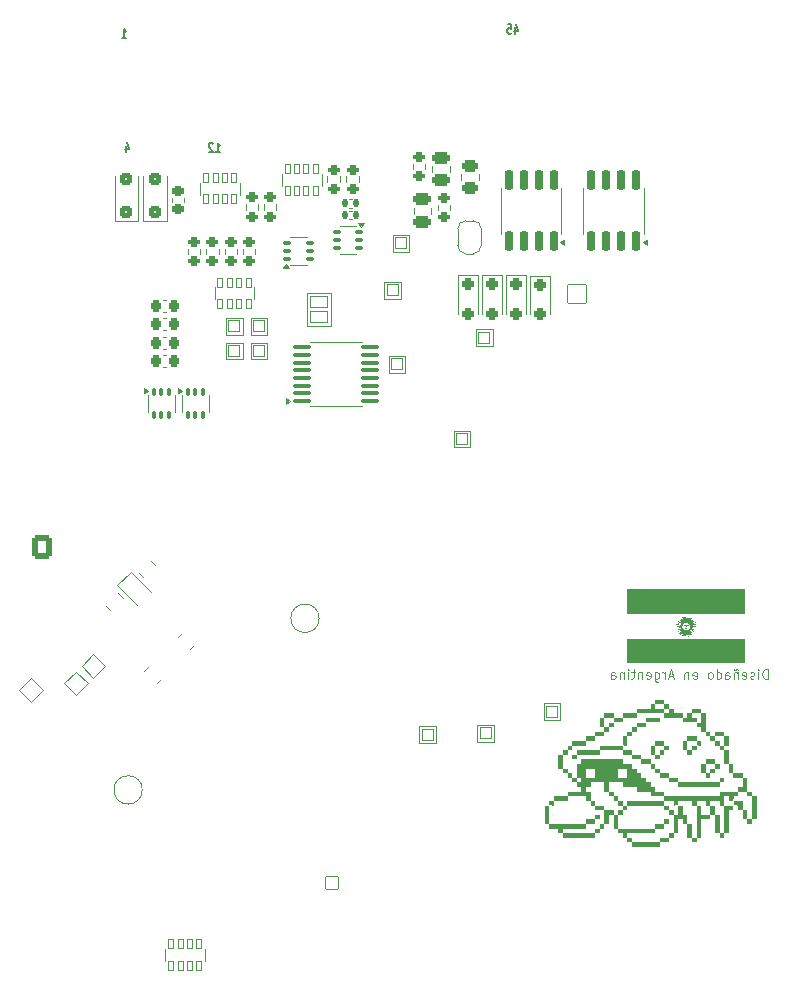
<source format=gbr>
%TF.GenerationSoftware,KiCad,Pcbnew,8.99.0-unknown-1.20241217gite6b7397.fc40*%
%TF.CreationDate,2024-12-24T22:56:10-03:00*%
%TF.ProjectId,hw_v1,68775f76-312e-46b6-9963-61645f706362,rev?*%
%TF.SameCoordinates,Original*%
%TF.FileFunction,Legend,Bot*%
%TF.FilePolarity,Positive*%
%FSLAX46Y46*%
G04 Gerber Fmt 4.6, Leading zero omitted, Abs format (unit mm)*
G04 Created by KiCad (PCBNEW 8.99.0-unknown-1.20241217gite6b7397.fc40) date 2024-12-24 22:56:10*
%MOMM*%
%LPD*%
G01*
G04 APERTURE LIST*
G04 Aperture macros list*
%AMRoundRect*
0 Rectangle with rounded corners*
0 $1 Rounding radius*
0 $2 $3 $4 $5 $6 $7 $8 $9 X,Y pos of 4 corners*
0 Add a 4 corners polygon primitive as box body*
4,1,4,$2,$3,$4,$5,$6,$7,$8,$9,$2,$3,0*
0 Add four circle primitives for the rounded corners*
1,1,$1+$1,$2,$3*
1,1,$1+$1,$4,$5*
1,1,$1+$1,$6,$7*
1,1,$1+$1,$8,$9*
0 Add four rect primitives between the rounded corners*
20,1,$1+$1,$2,$3,$4,$5,0*
20,1,$1+$1,$4,$5,$6,$7,0*
20,1,$1+$1,$6,$7,$8,$9,0*
20,1,$1+$1,$8,$9,$2,$3,0*%
%AMFreePoly0*
4,1,47,0.500054,0.750054,0.500076,0.750000,0.500076,-0.750000,0.500054,-0.750054,0.500000,-0.750076,0.000000,-0.750076,-0.000054,-0.750054,-0.000076,-0.750000,-0.000076,-0.745798,-0.065263,-0.745798,-0.065283,-0.745795,-0.191362,-0.712013,-0.191380,-0.712006,-0.304419,-0.646743,-0.304435,-0.646731,-0.396731,-0.554435,-0.396743,-0.554419,-0.462006,-0.441380,-0.462013,-0.441362,-0.495795,-0.315283,
-0.495798,-0.315263,-0.495798,-0.250076,-0.500000,-0.250076,-0.500054,-0.250054,-0.500076,-0.250000,-0.500076,0.250000,-0.500054,0.250054,-0.500000,0.250076,-0.495798,0.250076,-0.495798,0.315263,-0.495795,0.315283,-0.462013,0.441362,-0.462006,0.441380,-0.396743,0.554419,-0.396731,0.554435,-0.304435,0.646731,-0.304419,0.646743,-0.191380,0.712006,-0.191362,0.712013,-0.065283,0.745795,
-0.065263,0.745798,-0.000076,0.745798,-0.000076,0.750000,-0.000054,0.750054,0.000000,0.750076,0.500000,0.750076,0.500054,0.750054,0.500054,0.750054,$1*%
%AMFreePoly1*
4,1,47,0.000054,0.750054,0.000076,0.750000,0.000076,0.745798,0.065263,0.745798,0.065283,0.745795,0.191362,0.712013,0.191380,0.712006,0.304419,0.646743,0.304435,0.646731,0.396731,0.554435,0.396743,0.554419,0.462006,0.441380,0.462013,0.441362,0.495795,0.315283,0.495798,0.315263,0.495798,0.250076,0.500000,0.250076,0.500054,0.250054,0.500076,0.250000,0.500076,-0.250000,
0.500054,-0.250054,0.500000,-0.250076,0.495798,-0.250076,0.495798,-0.315263,0.495795,-0.315283,0.462013,-0.441362,0.462006,-0.441380,0.396743,-0.554419,0.396731,-0.554435,0.304435,-0.646731,0.304419,-0.646743,0.191380,-0.712006,0.191362,-0.712013,0.065283,-0.745795,0.065263,-0.745798,0.000076,-0.745798,0.000076,-0.750000,0.000054,-0.750054,0.000000,-0.750076,-0.500000,-0.750076,
-0.500054,-0.750054,-0.500076,-0.750000,-0.500076,0.750000,-0.500054,0.750054,-0.500000,0.750076,0.000000,0.750076,0.000054,0.750054,0.000054,0.750054,$1*%
G04 Aperture macros list end*
%ADD10C,0.100000*%
%ADD11C,0.130000*%
%ADD12C,0.120000*%
%ADD13C,0.000000*%
%ADD14RoundRect,0.000076X-0.800000X-0.800000X0.800000X-0.800000X0.800000X0.800000X-0.800000X0.800000X0*%
%ADD15O,1.600152X1.600152*%
%ADD16RoundRect,0.000076X-0.550000X-0.550000X0.550000X-0.550000X0.550000X0.550000X-0.550000X0.550000X0*%
%ADD17C,1.100152*%
%ADD18O,1.100152X2.400152*%
%ADD19C,2.375052*%
%ADD20C,0.990752*%
%ADD21RoundRect,0.250023X0.600053X0.750053X-0.600053X0.750053X-0.600053X-0.750053X0.600053X-0.750053X0*%
%ADD22O,1.700152X2.000152*%
%ADD23C,1.524152*%
%ADD24C,4.000152*%
%ADD25C,2.200152*%
%ADD26C,1.600152*%
%ADD27RoundRect,0.000076X-0.850000X-0.850000X0.850000X-0.850000X0.850000X0.850000X-0.850000X0.850000X0*%
%ADD28O,1.700152X1.700152*%
%ADD29RoundRect,0.000076X0.500000X0.500000X-0.500000X0.500000X-0.500000X-0.500000X0.500000X-0.500000X0*%
%ADD30RoundRect,0.000076X0.250000X-0.400000X0.250000X0.400000X-0.250000X0.400000X-0.250000X-0.400000X0*%
%ADD31RoundRect,0.000076X0.200000X-0.400000X0.200000X0.400000X-0.200000X0.400000X-0.200000X-0.400000X0*%
%ADD32RoundRect,0.000076X0.000000X0.707107X-0.707107X0.000000X0.000000X-0.707107X0.707107X0.000000X0*%
%ADD33RoundRect,0.100038X0.225038X0.100038X-0.225038X0.100038X-0.225038X-0.100038X0.225038X-0.100038X0*%
%ADD34RoundRect,0.140038X-0.140038X-0.170038X0.140038X-0.170038X0.140038X0.170038X-0.140038X0.170038X0*%
%ADD35RoundRect,0.250038X-0.250038X0.250038X-0.250038X-0.250038X0.250038X-0.250038X0.250038X0.250038X0*%
%ADD36C,2.000152*%
%ADD37RoundRect,0.200038X-0.275038X0.200038X-0.275038X-0.200038X0.275038X-0.200038X0.275038X0.200038X0*%
%ADD38RoundRect,0.000076X0.500000X-0.500000X0.500000X0.500000X-0.500000X0.500000X-0.500000X-0.500000X0*%
%ADD39RoundRect,0.225038X0.225038X0.250038X-0.225038X0.250038X-0.225038X-0.250038X0.225038X-0.250038X0*%
%ADD40FreePoly0,90.000000*%
%ADD41FreePoly1,90.000000*%
%ADD42RoundRect,0.100038X-0.637538X-0.100038X0.637538X-0.100038X0.637538X0.100038X-0.637538X0.100038X0*%
%ADD43RoundRect,0.000076X-0.500000X0.500000X-0.500000X-0.500000X0.500000X-0.500000X0.500000X0.500000X0*%
%ADD44RoundRect,0.200038X0.275038X-0.200038X0.275038X0.200038X-0.275038X0.200038X-0.275038X-0.200038X0*%
%ADD45RoundRect,0.100038X-0.225038X-0.100038X0.225038X-0.100038X0.225038X0.100038X-0.225038X0.100038X0*%
%ADD46RoundRect,0.250035X0.300041X-0.300041X0.300041X0.300041X-0.300041X0.300041X-0.300041X-0.300041X0*%
%ADD47RoundRect,0.000076X-0.601041X-0.176777X-0.176777X-0.601041X0.601041X0.176777X0.176777X0.601041X0*%
%ADD48RoundRect,0.250038X-0.475038X0.250038X-0.475038X-0.250038X0.475038X-0.250038X0.475038X0.250038X0*%
%ADD49RoundRect,0.250038X0.159099X-0.512706X0.512706X-0.159099X-0.159099X0.512706X-0.512706X0.159099X0*%
%ADD50RoundRect,0.250037X-0.450039X0.262539X-0.450039X-0.262539X0.450039X-0.262539X0.450039X0.262539X0*%
%ADD51RoundRect,0.250038X0.512706X0.159099X0.159099X0.512706X-0.512706X-0.159099X-0.159099X-0.512706X0*%
%ADD52RoundRect,0.140038X0.140038X0.170038X-0.140038X0.170038X-0.140038X-0.170038X0.140038X-0.170038X0*%
%ADD53RoundRect,0.000076X-0.250000X0.400000X-0.250000X-0.400000X0.250000X-0.400000X0.250000X0.400000X0*%
%ADD54RoundRect,0.000076X-0.200000X0.400000X-0.200000X-0.400000X0.200000X-0.400000X0.200000X0.400000X0*%
%ADD55RoundRect,0.100038X-0.100038X0.225038X-0.100038X-0.225038X0.100038X-0.225038X0.100038X0.225038X0*%
%ADD56RoundRect,0.150038X0.150038X-0.725038X0.150038X0.725038X-0.150038X0.725038X-0.150038X-0.725038X0*%
%ADD57RoundRect,0.225038X-0.250038X0.225038X-0.250038X-0.225038X0.250038X-0.225038X0.250038X0.225038X0*%
%ADD58RoundRect,0.000076X-0.750000X0.500000X-0.750000X-0.500000X0.750000X-0.500000X0.750000X0.500000X0*%
G04 APERTURE END LIST*
D10*
X151343734Y-107286895D02*
X151343734Y-106486895D01*
X151343734Y-106486895D02*
X151153258Y-106486895D01*
X151153258Y-106486895D02*
X151038972Y-106524990D01*
X151038972Y-106524990D02*
X150962782Y-106601180D01*
X150962782Y-106601180D02*
X150924687Y-106677371D01*
X150924687Y-106677371D02*
X150886591Y-106829752D01*
X150886591Y-106829752D02*
X150886591Y-106944038D01*
X150886591Y-106944038D02*
X150924687Y-107096419D01*
X150924687Y-107096419D02*
X150962782Y-107172609D01*
X150962782Y-107172609D02*
X151038972Y-107248800D01*
X151038972Y-107248800D02*
X151153258Y-107286895D01*
X151153258Y-107286895D02*
X151343734Y-107286895D01*
X150543734Y-107286895D02*
X150543734Y-106753561D01*
X150543734Y-106486895D02*
X150581830Y-106524990D01*
X150581830Y-106524990D02*
X150543734Y-106563085D01*
X150543734Y-106563085D02*
X150505639Y-106524990D01*
X150505639Y-106524990D02*
X150543734Y-106486895D01*
X150543734Y-106486895D02*
X150543734Y-106563085D01*
X150200878Y-107248800D02*
X150124687Y-107286895D01*
X150124687Y-107286895D02*
X149972306Y-107286895D01*
X149972306Y-107286895D02*
X149896116Y-107248800D01*
X149896116Y-107248800D02*
X149858020Y-107172609D01*
X149858020Y-107172609D02*
X149858020Y-107134514D01*
X149858020Y-107134514D02*
X149896116Y-107058323D01*
X149896116Y-107058323D02*
X149972306Y-107020228D01*
X149972306Y-107020228D02*
X150086592Y-107020228D01*
X150086592Y-107020228D02*
X150162782Y-106982133D01*
X150162782Y-106982133D02*
X150200878Y-106905942D01*
X150200878Y-106905942D02*
X150200878Y-106867847D01*
X150200878Y-106867847D02*
X150162782Y-106791657D01*
X150162782Y-106791657D02*
X150086592Y-106753561D01*
X150086592Y-106753561D02*
X149972306Y-106753561D01*
X149972306Y-106753561D02*
X149896116Y-106791657D01*
X149210401Y-107248800D02*
X149286592Y-107286895D01*
X149286592Y-107286895D02*
X149438973Y-107286895D01*
X149438973Y-107286895D02*
X149515163Y-107248800D01*
X149515163Y-107248800D02*
X149553259Y-107172609D01*
X149553259Y-107172609D02*
X149553259Y-106867847D01*
X149553259Y-106867847D02*
X149515163Y-106791657D01*
X149515163Y-106791657D02*
X149438973Y-106753561D01*
X149438973Y-106753561D02*
X149286592Y-106753561D01*
X149286592Y-106753561D02*
X149210401Y-106791657D01*
X149210401Y-106791657D02*
X149172306Y-106867847D01*
X149172306Y-106867847D02*
X149172306Y-106944038D01*
X149172306Y-106944038D02*
X149553259Y-107020228D01*
X148829449Y-106753561D02*
X148829449Y-107286895D01*
X148829449Y-106829752D02*
X148791354Y-106791657D01*
X148791354Y-106791657D02*
X148715164Y-106753561D01*
X148715164Y-106753561D02*
X148600878Y-106753561D01*
X148600878Y-106753561D02*
X148524687Y-106791657D01*
X148524687Y-106791657D02*
X148486592Y-106867847D01*
X148486592Y-106867847D02*
X148486592Y-107286895D01*
X148867545Y-106563085D02*
X148829449Y-106524990D01*
X148829449Y-106524990D02*
X148753259Y-106486895D01*
X148753259Y-106486895D02*
X148600878Y-106563085D01*
X148600878Y-106563085D02*
X148524687Y-106524990D01*
X148524687Y-106524990D02*
X148486592Y-106486895D01*
X147762782Y-107286895D02*
X147762782Y-106867847D01*
X147762782Y-106867847D02*
X147800877Y-106791657D01*
X147800877Y-106791657D02*
X147877068Y-106753561D01*
X147877068Y-106753561D02*
X148029449Y-106753561D01*
X148029449Y-106753561D02*
X148105639Y-106791657D01*
X147762782Y-107248800D02*
X147838973Y-107286895D01*
X147838973Y-107286895D02*
X148029449Y-107286895D01*
X148029449Y-107286895D02*
X148105639Y-107248800D01*
X148105639Y-107248800D02*
X148143735Y-107172609D01*
X148143735Y-107172609D02*
X148143735Y-107096419D01*
X148143735Y-107096419D02*
X148105639Y-107020228D01*
X148105639Y-107020228D02*
X148029449Y-106982133D01*
X148029449Y-106982133D02*
X147838973Y-106982133D01*
X147838973Y-106982133D02*
X147762782Y-106944038D01*
X147038972Y-107286895D02*
X147038972Y-106486895D01*
X147038972Y-107248800D02*
X147115163Y-107286895D01*
X147115163Y-107286895D02*
X147267544Y-107286895D01*
X147267544Y-107286895D02*
X147343734Y-107248800D01*
X147343734Y-107248800D02*
X147381829Y-107210704D01*
X147381829Y-107210704D02*
X147419925Y-107134514D01*
X147419925Y-107134514D02*
X147419925Y-106905942D01*
X147419925Y-106905942D02*
X147381829Y-106829752D01*
X147381829Y-106829752D02*
X147343734Y-106791657D01*
X147343734Y-106791657D02*
X147267544Y-106753561D01*
X147267544Y-106753561D02*
X147115163Y-106753561D01*
X147115163Y-106753561D02*
X147038972Y-106791657D01*
X146543734Y-107286895D02*
X146619924Y-107248800D01*
X146619924Y-107248800D02*
X146658019Y-107210704D01*
X146658019Y-107210704D02*
X146696115Y-107134514D01*
X146696115Y-107134514D02*
X146696115Y-106905942D01*
X146696115Y-106905942D02*
X146658019Y-106829752D01*
X146658019Y-106829752D02*
X146619924Y-106791657D01*
X146619924Y-106791657D02*
X146543734Y-106753561D01*
X146543734Y-106753561D02*
X146429448Y-106753561D01*
X146429448Y-106753561D02*
X146353257Y-106791657D01*
X146353257Y-106791657D02*
X146315162Y-106829752D01*
X146315162Y-106829752D02*
X146277067Y-106905942D01*
X146277067Y-106905942D02*
X146277067Y-107134514D01*
X146277067Y-107134514D02*
X146315162Y-107210704D01*
X146315162Y-107210704D02*
X146353257Y-107248800D01*
X146353257Y-107248800D02*
X146429448Y-107286895D01*
X146429448Y-107286895D02*
X146543734Y-107286895D01*
X145019923Y-107248800D02*
X145096114Y-107286895D01*
X145096114Y-107286895D02*
X145248495Y-107286895D01*
X145248495Y-107286895D02*
X145324685Y-107248800D01*
X145324685Y-107248800D02*
X145362781Y-107172609D01*
X145362781Y-107172609D02*
X145362781Y-106867847D01*
X145362781Y-106867847D02*
X145324685Y-106791657D01*
X145324685Y-106791657D02*
X145248495Y-106753561D01*
X145248495Y-106753561D02*
X145096114Y-106753561D01*
X145096114Y-106753561D02*
X145019923Y-106791657D01*
X145019923Y-106791657D02*
X144981828Y-106867847D01*
X144981828Y-106867847D02*
X144981828Y-106944038D01*
X144981828Y-106944038D02*
X145362781Y-107020228D01*
X144638971Y-106753561D02*
X144638971Y-107286895D01*
X144638971Y-106829752D02*
X144600876Y-106791657D01*
X144600876Y-106791657D02*
X144524686Y-106753561D01*
X144524686Y-106753561D02*
X144410400Y-106753561D01*
X144410400Y-106753561D02*
X144334209Y-106791657D01*
X144334209Y-106791657D02*
X144296114Y-106867847D01*
X144296114Y-106867847D02*
X144296114Y-107286895D01*
X143343733Y-107058323D02*
X142962780Y-107058323D01*
X143419923Y-107286895D02*
X143153256Y-106486895D01*
X143153256Y-106486895D02*
X142886590Y-107286895D01*
X142619923Y-107286895D02*
X142619923Y-106753561D01*
X142619923Y-106905942D02*
X142581828Y-106829752D01*
X142581828Y-106829752D02*
X142543733Y-106791657D01*
X142543733Y-106791657D02*
X142467542Y-106753561D01*
X142467542Y-106753561D02*
X142391352Y-106753561D01*
X141781828Y-106753561D02*
X141781828Y-107401180D01*
X141781828Y-107401180D02*
X141819923Y-107477371D01*
X141819923Y-107477371D02*
X141858019Y-107515466D01*
X141858019Y-107515466D02*
X141934209Y-107553561D01*
X141934209Y-107553561D02*
X142048495Y-107553561D01*
X142048495Y-107553561D02*
X142124685Y-107515466D01*
X141781828Y-107248800D02*
X141858019Y-107286895D01*
X141858019Y-107286895D02*
X142010400Y-107286895D01*
X142010400Y-107286895D02*
X142086590Y-107248800D01*
X142086590Y-107248800D02*
X142124685Y-107210704D01*
X142124685Y-107210704D02*
X142162781Y-107134514D01*
X142162781Y-107134514D02*
X142162781Y-106905942D01*
X142162781Y-106905942D02*
X142124685Y-106829752D01*
X142124685Y-106829752D02*
X142086590Y-106791657D01*
X142086590Y-106791657D02*
X142010400Y-106753561D01*
X142010400Y-106753561D02*
X141858019Y-106753561D01*
X141858019Y-106753561D02*
X141781828Y-106791657D01*
X141096113Y-107248800D02*
X141172304Y-107286895D01*
X141172304Y-107286895D02*
X141324685Y-107286895D01*
X141324685Y-107286895D02*
X141400875Y-107248800D01*
X141400875Y-107248800D02*
X141438971Y-107172609D01*
X141438971Y-107172609D02*
X141438971Y-106867847D01*
X141438971Y-106867847D02*
X141400875Y-106791657D01*
X141400875Y-106791657D02*
X141324685Y-106753561D01*
X141324685Y-106753561D02*
X141172304Y-106753561D01*
X141172304Y-106753561D02*
X141096113Y-106791657D01*
X141096113Y-106791657D02*
X141058018Y-106867847D01*
X141058018Y-106867847D02*
X141058018Y-106944038D01*
X141058018Y-106944038D02*
X141438971Y-107020228D01*
X140715161Y-106753561D02*
X140715161Y-107286895D01*
X140715161Y-106829752D02*
X140677066Y-106791657D01*
X140677066Y-106791657D02*
X140600876Y-106753561D01*
X140600876Y-106753561D02*
X140486590Y-106753561D01*
X140486590Y-106753561D02*
X140410399Y-106791657D01*
X140410399Y-106791657D02*
X140372304Y-106867847D01*
X140372304Y-106867847D02*
X140372304Y-107286895D01*
X140105637Y-106753561D02*
X139800875Y-106753561D01*
X139991351Y-106486895D02*
X139991351Y-107172609D01*
X139991351Y-107172609D02*
X139953256Y-107248800D01*
X139953256Y-107248800D02*
X139877066Y-107286895D01*
X139877066Y-107286895D02*
X139800875Y-107286895D01*
X139534208Y-107286895D02*
X139534208Y-106753561D01*
X139534208Y-106486895D02*
X139572304Y-106524990D01*
X139572304Y-106524990D02*
X139534208Y-106563085D01*
X139534208Y-106563085D02*
X139496113Y-106524990D01*
X139496113Y-106524990D02*
X139534208Y-106486895D01*
X139534208Y-106486895D02*
X139534208Y-106563085D01*
X139153256Y-106753561D02*
X139153256Y-107286895D01*
X139153256Y-106829752D02*
X139115161Y-106791657D01*
X139115161Y-106791657D02*
X139038971Y-106753561D01*
X139038971Y-106753561D02*
X138924685Y-106753561D01*
X138924685Y-106753561D02*
X138848494Y-106791657D01*
X138848494Y-106791657D02*
X138810399Y-106867847D01*
X138810399Y-106867847D02*
X138810399Y-107286895D01*
X138086589Y-107286895D02*
X138086589Y-106867847D01*
X138086589Y-106867847D02*
X138124684Y-106791657D01*
X138124684Y-106791657D02*
X138200875Y-106753561D01*
X138200875Y-106753561D02*
X138353256Y-106753561D01*
X138353256Y-106753561D02*
X138429446Y-106791657D01*
X138086589Y-107248800D02*
X138162780Y-107286895D01*
X138162780Y-107286895D02*
X138353256Y-107286895D01*
X138353256Y-107286895D02*
X138429446Y-107248800D01*
X138429446Y-107248800D02*
X138467542Y-107172609D01*
X138467542Y-107172609D02*
X138467542Y-107096419D01*
X138467542Y-107096419D02*
X138429446Y-107020228D01*
X138429446Y-107020228D02*
X138353256Y-106982133D01*
X138353256Y-106982133D02*
X138162780Y-106982133D01*
X138162780Y-106982133D02*
X138086589Y-106944038D01*
D11*
X104596943Y-62711844D02*
X104939800Y-62711844D01*
X104768371Y-62711844D02*
X104768371Y-61911844D01*
X104768371Y-61911844D02*
X104825514Y-62026129D01*
X104825514Y-62026129D02*
X104882657Y-62102320D01*
X104882657Y-62102320D02*
X104939800Y-62140415D01*
X104368371Y-61988034D02*
X104339799Y-61949939D01*
X104339799Y-61949939D02*
X104282657Y-61911844D01*
X104282657Y-61911844D02*
X104139799Y-61911844D01*
X104139799Y-61911844D02*
X104082657Y-61949939D01*
X104082657Y-61949939D02*
X104054085Y-61988034D01*
X104054085Y-61988034D02*
X104025514Y-62064225D01*
X104025514Y-62064225D02*
X104025514Y-62140415D01*
X104025514Y-62140415D02*
X104054085Y-62254701D01*
X104054085Y-62254701D02*
X104396942Y-62711844D01*
X104396942Y-62711844D02*
X104025514Y-62711844D01*
X96691228Y-53059844D02*
X97034085Y-53059844D01*
X96862656Y-53059844D02*
X96862656Y-52259844D01*
X96862656Y-52259844D02*
X96919799Y-52374129D01*
X96919799Y-52374129D02*
X96976942Y-52450320D01*
X96976942Y-52450320D02*
X97034085Y-52488415D01*
X129927086Y-52145510D02*
X129927086Y-52678844D01*
X130069943Y-51840749D02*
X130212800Y-52412177D01*
X130212800Y-52412177D02*
X129841371Y-52412177D01*
X129327085Y-51878844D02*
X129612799Y-51878844D01*
X129612799Y-51878844D02*
X129641371Y-52259796D01*
X129641371Y-52259796D02*
X129612799Y-52221701D01*
X129612799Y-52221701D02*
X129555657Y-52183606D01*
X129555657Y-52183606D02*
X129412799Y-52183606D01*
X129412799Y-52183606D02*
X129355657Y-52221701D01*
X129355657Y-52221701D02*
X129327085Y-52259796D01*
X129327085Y-52259796D02*
X129298514Y-52335987D01*
X129298514Y-52335987D02*
X129298514Y-52526463D01*
X129298514Y-52526463D02*
X129327085Y-52602653D01*
X129327085Y-52602653D02*
X129355657Y-52640749D01*
X129355657Y-52640749D02*
X129412799Y-52678844D01*
X129412799Y-52678844D02*
X129555657Y-52678844D01*
X129555657Y-52678844D02*
X129612799Y-52640749D01*
X129612799Y-52640749D02*
X129641371Y-52602653D01*
X97002371Y-62178510D02*
X97002371Y-62711844D01*
X97145228Y-61873749D02*
X97288085Y-62445177D01*
X97288085Y-62445177D02*
X96916656Y-62445177D01*
D12*
%TO.C,TP5*%
X119590000Y-69720000D02*
X119590000Y-71120000D01*
X119590000Y-71120000D02*
X120990000Y-71120000D01*
X120990000Y-69720000D02*
X119590000Y-69720000D01*
X120990000Y-71120000D02*
X120990000Y-69720000D01*
%TO.C,RN4*%
X103320000Y-65300000D02*
X103320000Y-66300000D01*
X106680000Y-65300000D02*
X106680000Y-66300000D01*
%TO.C,TP16*%
X91785051Y-107675000D02*
X92775000Y-108664949D01*
X92775000Y-106685051D02*
X91785051Y-107675000D01*
X92775000Y-108664949D02*
X93764949Y-107675000D01*
X93764949Y-107675000D02*
X92775000Y-106685051D01*
%TO.C,D16*%
X116520000Y-71287501D02*
X115120000Y-71287501D01*
X116530000Y-68967501D02*
X115120000Y-68967501D01*
X116900000Y-69017501D02*
X116660000Y-68687501D01*
X117140000Y-68687501D01*
X116900000Y-69017501D01*
G36*
X116900000Y-69017501D02*
G01*
X116660000Y-68687501D01*
X117140000Y-68687501D01*
X116900000Y-69017501D01*
G37*
%TO.C,C66*%
X115922164Y-67660000D02*
X116137836Y-67660000D01*
X115922164Y-68380000D02*
X116137836Y-68380000D01*
D13*
%TO.C,G\u002A\u002A\u002A*%
G36*
X149452751Y-100742455D02*
G01*
X149452751Y-101781630D01*
X144450000Y-101781630D01*
X139447248Y-101781630D01*
X139447248Y-100742455D01*
X139447248Y-99703281D01*
X144450000Y-99703281D01*
X149452751Y-99703281D01*
X149452751Y-100742455D01*
G37*
G36*
X149452751Y-104945134D02*
G01*
X149452751Y-105975113D01*
X144450000Y-105975113D01*
X139447248Y-105975113D01*
X139447248Y-104945134D01*
X139447248Y-103915156D01*
X144450000Y-103915156D01*
X149452751Y-103915156D01*
X149452751Y-104945134D01*
G37*
G36*
X144487603Y-102970781D02*
G01*
X144516290Y-102990218D01*
X144514134Y-103025863D01*
X144506163Y-103046818D01*
X144501236Y-103070635D01*
X144487197Y-103078164D01*
X144450000Y-103081364D01*
X144413262Y-103078260D01*
X144398764Y-103070635D01*
X144397438Y-103059335D01*
X144386274Y-103026926D01*
X144378373Y-102997815D01*
X144392686Y-102978682D01*
X144437828Y-102969180D01*
X144487603Y-102970781D01*
G37*
G36*
X144661070Y-102774791D02*
G01*
X144642645Y-102807010D01*
X144611864Y-102833934D01*
X144566560Y-102848110D01*
X144523868Y-102843208D01*
X144497516Y-102818172D01*
X144493666Y-102807175D01*
X144493233Y-102784759D01*
X144514207Y-102770070D01*
X144530142Y-102765627D01*
X144633925Y-102765627D01*
X144643121Y-102774823D01*
X144652317Y-102765627D01*
X144643121Y-102756430D01*
X144633925Y-102765627D01*
X144530142Y-102765627D01*
X144564019Y-102756181D01*
X144624728Y-102741803D01*
X144567205Y-102739921D01*
X144553052Y-102739923D01*
X144501361Y-102753978D01*
X144476841Y-102792254D01*
X144478510Y-102856034D01*
X144480893Y-102867257D01*
X144493697Y-102902454D01*
X144507194Y-102911520D01*
X144512685Y-102909259D01*
X144523570Y-102920877D01*
X144520002Y-102926594D01*
X144490617Y-102936474D01*
X144440804Y-102940355D01*
X144416088Y-102939658D01*
X144374482Y-102934219D01*
X144358038Y-102925148D01*
X144358058Y-102924734D01*
X144374749Y-102916724D01*
X144413215Y-102918039D01*
X144437961Y-102920647D01*
X144462559Y-102913962D01*
X144468392Y-102887265D01*
X144464469Y-102857484D01*
X144448397Y-102852085D01*
X144418826Y-102880580D01*
X144405955Y-102896006D01*
X144401054Y-102897588D01*
X144414093Y-102869057D01*
X144424374Y-102840062D01*
X144421290Y-102788217D01*
X144390043Y-102752425D01*
X144335441Y-102740543D01*
X144303729Y-102742401D01*
X144295900Y-102745689D01*
X144321253Y-102751501D01*
X144366291Y-102765627D01*
X144375020Y-102768365D01*
X144400742Y-102793462D01*
X144392797Y-102823244D01*
X144388089Y-102828309D01*
X144346256Y-102846979D01*
X144297934Y-102839653D01*
X144258294Y-102808047D01*
X144245724Y-102788669D01*
X144241047Y-102765627D01*
X144247683Y-102765627D01*
X144256879Y-102774823D01*
X144266075Y-102765627D01*
X144256879Y-102756430D01*
X144247683Y-102765627D01*
X144241047Y-102765627D01*
X144240436Y-102762616D01*
X144260102Y-102734477D01*
X144303800Y-102706871D01*
X144359304Y-102705889D01*
X144410260Y-102735083D01*
X144433604Y-102755898D01*
X144454521Y-102757452D01*
X144485867Y-102735083D01*
X144522739Y-102711589D01*
X144577198Y-102704547D01*
X144632454Y-102733440D01*
X144653598Y-102752404D01*
X144658011Y-102765627D01*
X144661070Y-102774791D01*
G37*
G36*
X144599677Y-102262955D02*
G01*
X144591835Y-102334093D01*
X144587679Y-102383359D01*
X144588024Y-102403490D01*
X144588100Y-102403547D01*
X144598019Y-102389345D01*
X144620349Y-102348289D01*
X144651599Y-102287053D01*
X144674639Y-102287053D01*
X144676840Y-102308880D01*
X144682372Y-102311758D01*
X144689102Y-102296619D01*
X144687775Y-102286882D01*
X144676840Y-102284357D01*
X144674639Y-102287053D01*
X144651599Y-102287053D01*
X144651847Y-102286567D01*
X144669492Y-102250637D01*
X144689102Y-102250637D01*
X144698298Y-102259834D01*
X144707494Y-102250637D01*
X144698298Y-102241441D01*
X144689102Y-102250637D01*
X144669492Y-102250637D01*
X144689267Y-102210369D01*
X144691443Y-102205874D01*
X144728619Y-102131945D01*
X144760100Y-102074498D01*
X144782622Y-102039162D01*
X144792923Y-102031565D01*
X144793132Y-102032350D01*
X144788858Y-102058856D01*
X144773599Y-102111720D01*
X144749627Y-102183665D01*
X144725310Y-102250637D01*
X144719219Y-102267412D01*
X144708280Y-102296619D01*
X144691627Y-102341080D01*
X144668586Y-102405124D01*
X144657198Y-102442725D01*
X144656579Y-102458246D01*
X144665843Y-102456052D01*
X144684105Y-102440504D01*
X144694154Y-102430257D01*
X144731964Y-102379410D01*
X144761878Y-102324207D01*
X144781064Y-102324207D01*
X144790261Y-102333404D01*
X144799457Y-102324207D01*
X144790261Y-102315011D01*
X144781064Y-102324207D01*
X144761878Y-102324207D01*
X144763727Y-102320794D01*
X144772494Y-102302582D01*
X144807139Y-102249438D01*
X144843559Y-102213392D01*
X144878038Y-102183369D01*
X144901138Y-102147834D01*
X144901178Y-102147707D01*
X144918735Y-102118774D01*
X144937712Y-102115072D01*
X144946597Y-102138872D01*
X144940273Y-102160394D01*
X144917406Y-102197592D01*
X144886340Y-102235136D01*
X144856132Y-102262405D01*
X144835836Y-102268779D01*
X144828152Y-102266773D01*
X144807082Y-102280768D01*
X144802442Y-102291372D01*
X144815007Y-102289179D01*
X144824055Y-102284427D01*
X144836242Y-102284812D01*
X144835957Y-102287791D01*
X144825368Y-102320054D01*
X144823575Y-102324207D01*
X144803695Y-102370259D01*
X144776684Y-102426367D01*
X144750082Y-102476338D01*
X144729637Y-102508132D01*
X144723798Y-102516999D01*
X144736554Y-102509205D01*
X144769994Y-102481304D01*
X144820100Y-102436814D01*
X144854634Y-102436814D01*
X144854936Y-102440042D01*
X144866919Y-102440166D01*
X144893765Y-102411572D01*
X144904040Y-102398245D01*
X144908607Y-102388721D01*
X144886821Y-102404627D01*
X144867203Y-102421461D01*
X144854634Y-102436814D01*
X144820100Y-102436814D01*
X144820670Y-102436308D01*
X144885133Y-102377228D01*
X144959936Y-102307073D01*
X144999799Y-102270521D01*
X145042615Y-102236052D01*
X145062937Y-102226815D01*
X145061336Y-102240912D01*
X145038384Y-102276445D01*
X144994651Y-102331518D01*
X144944347Y-102388721D01*
X144930707Y-102404231D01*
X144929585Y-102405461D01*
X144871872Y-102469651D01*
X144824652Y-102523962D01*
X144792769Y-102562700D01*
X144781064Y-102580169D01*
X144781317Y-102581951D01*
X144797190Y-102582444D01*
X144832524Y-102563891D01*
X144880011Y-102530769D01*
X144881699Y-102529375D01*
X144928204Y-102529375D01*
X144929119Y-102534108D01*
X144943322Y-102529091D01*
X144975933Y-102494338D01*
X145010970Y-102452955D01*
X144969587Y-102487992D01*
X144940608Y-102514354D01*
X144928204Y-102529375D01*
X144881699Y-102529375D01*
X144932338Y-102487552D01*
X144954507Y-102469188D01*
X145007519Y-102433751D01*
X145051890Y-102414166D01*
X145092417Y-102399706D01*
X145135232Y-102373962D01*
X145158309Y-102358867D01*
X145179236Y-102357595D01*
X145182808Y-102365537D01*
X145171228Y-102392075D01*
X145138436Y-102422982D01*
X145092523Y-102449666D01*
X145086987Y-102452955D01*
X145056298Y-102471187D01*
X145003344Y-102510588D01*
X144947285Y-102558215D01*
X144851759Y-102645083D01*
X144949757Y-102610861D01*
X144982373Y-102599260D01*
X145066921Y-102567989D01*
X145144996Y-102537787D01*
X145185184Y-102522259D01*
X145245711Y-102502129D01*
X145276781Y-102496816D01*
X145280299Y-102504414D01*
X145258169Y-102523017D01*
X145212297Y-102550722D01*
X145144590Y-102585623D01*
X145056951Y-102625815D01*
X144984979Y-102657508D01*
X144908444Y-102692841D01*
X144863380Y-102716568D01*
X144848148Y-102729772D01*
X144861107Y-102733535D01*
X144900615Y-102728938D01*
X144912022Y-102726960D01*
X144982718Y-102711100D01*
X145051905Y-102691147D01*
X145069036Y-102686040D01*
X145131512Y-102675026D01*
X145183004Y-102675884D01*
X145228441Y-102677662D01*
X145275414Y-102665671D01*
X145301036Y-102655755D01*
X145314446Y-102660142D01*
X145306002Y-102683161D01*
X145275516Y-102706210D01*
X145271781Y-102709034D01*
X145223403Y-102719379D01*
X145214386Y-102719775D01*
X145168346Y-102727565D01*
X145108394Y-102742875D01*
X145094186Y-102747234D01*
X145044467Y-102762488D01*
X144986501Y-102783185D01*
X144944434Y-102801749D01*
X144928204Y-102814962D01*
X144940841Y-102820181D01*
X144983523Y-102825268D01*
X145049224Y-102828725D01*
X145130521Y-102830000D01*
X145188656Y-102830601D01*
X145265624Y-102834021D01*
X145315251Y-102840094D01*
X145332838Y-102848393D01*
X145326578Y-102853574D01*
X145289700Y-102860861D01*
X145224181Y-102865865D01*
X145135119Y-102868078D01*
X145072254Y-102869183D01*
X144994073Y-102872612D01*
X144933697Y-102877679D01*
X144900615Y-102883749D01*
X144882184Y-102891202D01*
X144874272Y-102899852D01*
X144900629Y-102909829D01*
X144919133Y-102914399D01*
X144971595Y-102923265D01*
X145034570Y-102930779D01*
X145068036Y-102935131D01*
X145134571Y-102949551D01*
X145134977Y-102949639D01*
X145185382Y-102967780D01*
X145195002Y-102971642D01*
X145233717Y-102987185D01*
X145276748Y-102995532D01*
X145299025Y-102999577D01*
X145314446Y-103016317D01*
X145312153Y-103022525D01*
X145285610Y-103029329D01*
X145227082Y-103023995D01*
X145221942Y-103023230D01*
X145157590Y-103014457D01*
X145083745Y-103005455D01*
X145009604Y-102997205D01*
X144944363Y-102990685D01*
X144897218Y-102986875D01*
X144877364Y-102986754D01*
X144885987Y-102992343D01*
X144921892Y-103010096D01*
X144979482Y-103036874D01*
X145052092Y-103069518D01*
X145132660Y-103106454D01*
X145207137Y-103143832D01*
X145256206Y-103172683D01*
X145276964Y-103191268D01*
X145266505Y-103197850D01*
X145246169Y-103192780D01*
X145197810Y-103176933D01*
X145129707Y-103152880D01*
X145049521Y-103123257D01*
X145028030Y-103115232D01*
X144937750Y-103083573D01*
X144873378Y-103064581D01*
X144836610Y-103058336D01*
X144829142Y-103064913D01*
X144852671Y-103084391D01*
X144908894Y-103116847D01*
X144950098Y-103140856D01*
X145022471Y-103190346D01*
X145081952Y-103239233D01*
X145098219Y-103253995D01*
X145111859Y-103266373D01*
X145149272Y-103296492D01*
X145170233Y-103308204D01*
X145174486Y-103308964D01*
X145185699Y-103327836D01*
X145175837Y-103338798D01*
X145145319Y-103334789D01*
X145104312Y-103316045D01*
X145063303Y-103286139D01*
X145062635Y-103285536D01*
X145025635Y-103258837D01*
X144967924Y-103224050D01*
X144901698Y-103188540D01*
X144861756Y-103168444D01*
X144928204Y-103168444D01*
X144930680Y-103171803D01*
X144955098Y-103189521D01*
X144997176Y-103214909D01*
X145066148Y-103253995D01*
X145014543Y-103207530D01*
X145013485Y-103206580D01*
X144971142Y-103174060D01*
X144940198Y-103160208D01*
X144928204Y-103168444D01*
X144861756Y-103168444D01*
X144779723Y-103127171D01*
X144930037Y-103291820D01*
X144938450Y-103301260D01*
X144974419Y-103341617D01*
X145025302Y-103403100D01*
X145055639Y-103445727D01*
X145064850Y-103467600D01*
X145052357Y-103466821D01*
X145017578Y-103441491D01*
X144959936Y-103389713D01*
X144908688Y-103341426D01*
X144841128Y-103278351D01*
X144815013Y-103254232D01*
X144854774Y-103254232D01*
X144870681Y-103276018D01*
X144876414Y-103283139D01*
X144900865Y-103306766D01*
X144909812Y-103301260D01*
X144903098Y-103291762D01*
X144877625Y-103269073D01*
X144864298Y-103258799D01*
X144854774Y-103254232D01*
X144815013Y-103254232D01*
X144783641Y-103225258D01*
X144703452Y-103151868D01*
X144740914Y-103226669D01*
X144750784Y-103245294D01*
X144782347Y-103295224D01*
X144810283Y-103327827D01*
X144826210Y-103345900D01*
X144855716Y-103392503D01*
X144871951Y-103424831D01*
X144884965Y-103450746D01*
X144891707Y-103464540D01*
X144905021Y-103491778D01*
X144929917Y-103531820D01*
X144947450Y-103547307D01*
X144954220Y-103548770D01*
X144955762Y-103565749D01*
X144941543Y-103575155D01*
X144910691Y-103565878D01*
X144875141Y-103534571D01*
X144843122Y-103486986D01*
X144835513Y-103473157D01*
X144829809Y-103464540D01*
X144854634Y-103464540D01*
X144863830Y-103473737D01*
X144873027Y-103464540D01*
X144863830Y-103455344D01*
X144854634Y-103464540D01*
X144829809Y-103464540D01*
X144798615Y-103417413D01*
X144755567Y-103363217D01*
X144741731Y-103347359D01*
X144716966Y-103317401D01*
X144753476Y-103317401D01*
X144799457Y-103372578D01*
X144808187Y-103383092D01*
X144836374Y-103417651D01*
X144850036Y-103435419D01*
X144851308Y-103436824D01*
X144854634Y-103424831D01*
X144854173Y-103421964D01*
X144837421Y-103395968D01*
X144804055Y-103361990D01*
X144753476Y-103317401D01*
X144716966Y-103317401D01*
X144699072Y-103295754D01*
X144666628Y-103252862D01*
X144655530Y-103236963D01*
X144644133Y-103223148D01*
X144647188Y-103236561D01*
X144664425Y-103280616D01*
X144667069Y-103287240D01*
X144699032Y-103370752D01*
X144709950Y-103401252D01*
X144726022Y-103446148D01*
X144729618Y-103456192D01*
X144756476Y-103536301D01*
X144777255Y-103603823D01*
X144789606Y-103651498D01*
X144791179Y-103672070D01*
X144789860Y-103672070D01*
X144775576Y-103653261D01*
X144749658Y-103608269D01*
X144715303Y-103542881D01*
X144675705Y-103462887D01*
X144667484Y-103446148D01*
X144689102Y-103446148D01*
X144698298Y-103455344D01*
X144707494Y-103446148D01*
X144698298Y-103436952D01*
X144689102Y-103446148D01*
X144667484Y-103446148D01*
X144632578Y-103375075D01*
X144630435Y-103371029D01*
X144662406Y-103371029D01*
X144663692Y-103390015D01*
X144669628Y-103403385D01*
X144683191Y-103417964D01*
X144689102Y-103401252D01*
X144688448Y-103396257D01*
X144670920Y-103372708D01*
X144662406Y-103371029D01*
X144630435Y-103371029D01*
X144601639Y-103316670D01*
X144581325Y-103285576D01*
X144569540Y-103278592D01*
X144564190Y-103292515D01*
X144563650Y-103299823D01*
X144569516Y-103352427D01*
X144586905Y-103409714D01*
X144594897Y-103432643D01*
X144607592Y-103492129D01*
X144609673Y-103501879D01*
X144615532Y-103573463D01*
X144616938Y-103608238D01*
X144624919Y-103660669D01*
X144637603Y-103690768D01*
X144646771Y-103702963D01*
X144641282Y-103712839D01*
X144614088Y-103703236D01*
X144588145Y-103664591D01*
X144577940Y-103603404D01*
X144577532Y-103593327D01*
X144567522Y-103529018D01*
X144548551Y-103464540D01*
X144545315Y-103455970D01*
X144536370Y-103427756D01*
X144561929Y-103427756D01*
X144567039Y-103454011D01*
X144578366Y-103482575D01*
X144589861Y-103499081D01*
X144595565Y-103492129D01*
X144593997Y-103476215D01*
X144578747Y-103436952D01*
X144568672Y-103424448D01*
X144561929Y-103427756D01*
X144536370Y-103427756D01*
X144522987Y-103385547D01*
X144506845Y-103317401D01*
X144501620Y-103296401D01*
X144496269Y-103298125D01*
X144490999Y-103328824D01*
X144485386Y-103391093D01*
X144482960Y-103427756D01*
X144479005Y-103487531D01*
X144477633Y-103509320D01*
X144470960Y-103596276D01*
X144463651Y-103666749D01*
X144456502Y-103713985D01*
X144450309Y-103731231D01*
X144449005Y-103730261D01*
X144442594Y-103705469D01*
X144435500Y-103652247D01*
X144428497Y-103577350D01*
X144422359Y-103487531D01*
X144418789Y-103427756D01*
X144431607Y-103427756D01*
X144440804Y-103436952D01*
X144450000Y-103427756D01*
X144440804Y-103418559D01*
X144431607Y-103427756D01*
X144418789Y-103427756D01*
X144416806Y-103394546D01*
X144411878Y-103328136D01*
X144407064Y-103290427D01*
X144401495Y-103277289D01*
X144394301Y-103284592D01*
X144384613Y-103308204D01*
X144384294Y-103309073D01*
X144367299Y-103374695D01*
X144359437Y-103442141D01*
X144359352Y-103445184D01*
X144355360Y-103473737D01*
X144349929Y-103512590D01*
X144330449Y-103577732D01*
X144326815Y-103586731D01*
X144309785Y-103638903D01*
X144302860Y-103678300D01*
X144299384Y-103697559D01*
X144282536Y-103712839D01*
X144279813Y-103712434D01*
X144269937Y-103690243D01*
X144273658Y-103634671D01*
X144276845Y-103612673D01*
X144289611Y-103519579D01*
X144297144Y-103459276D01*
X144324106Y-103459276D01*
X144326967Y-103505924D01*
X144328686Y-103511142D01*
X144333460Y-103507198D01*
X144335378Y-103473737D01*
X144335200Y-103461258D01*
X144332298Y-103435826D01*
X144326967Y-103441550D01*
X144324106Y-103459276D01*
X144297144Y-103459276D01*
X144300323Y-103433831D01*
X144308164Y-103362692D01*
X144312320Y-103313426D01*
X144311975Y-103293296D01*
X144311954Y-103293274D01*
X144302404Y-103306834D01*
X144280508Y-103347407D01*
X144253844Y-103400167D01*
X144249502Y-103408759D01*
X144231334Y-103446148D01*
X144212622Y-103484657D01*
X144212104Y-103485741D01*
X144174946Y-103561098D01*
X144143078Y-103621311D01*
X144119876Y-103660294D01*
X144108715Y-103671964D01*
X144107901Y-103667936D01*
X144113737Y-103636669D01*
X144129235Y-103581751D01*
X144151839Y-103510973D01*
X144174166Y-103446148D01*
X144192505Y-103446148D01*
X144201702Y-103455344D01*
X144210898Y-103446148D01*
X144201702Y-103436952D01*
X144192505Y-103446148D01*
X144174166Y-103446148D01*
X144178995Y-103432126D01*
X144194296Y-103390601D01*
X144214827Y-103390601D01*
X144217029Y-103412428D01*
X144222561Y-103415306D01*
X144229290Y-103400167D01*
X144227963Y-103390430D01*
X144217029Y-103387905D01*
X144214827Y-103390601D01*
X144194296Y-103390601D01*
X144208151Y-103353000D01*
X144236751Y-103281388D01*
X144267396Y-103208589D01*
X144218538Y-103253799D01*
X144208334Y-103264131D01*
X144168832Y-103316510D01*
X144138141Y-103372578D01*
X144136273Y-103375991D01*
X144127506Y-103394203D01*
X144092861Y-103447348D01*
X144056441Y-103483393D01*
X144021962Y-103513417D01*
X143998862Y-103548952D01*
X143998822Y-103549078D01*
X143981265Y-103578012D01*
X143962287Y-103581713D01*
X143953403Y-103557914D01*
X143959727Y-103536392D01*
X143982594Y-103499194D01*
X144013660Y-103461650D01*
X144043868Y-103434380D01*
X144064164Y-103428006D01*
X144071848Y-103430013D01*
X144092918Y-103416018D01*
X144097558Y-103405414D01*
X144084992Y-103407607D01*
X144075944Y-103412359D01*
X144063758Y-103411973D01*
X144064043Y-103408995D01*
X144074632Y-103376731D01*
X144076425Y-103372578D01*
X144100543Y-103372578D01*
X144109739Y-103381774D01*
X144118935Y-103372578D01*
X144109739Y-103363382D01*
X144100543Y-103372578D01*
X144076425Y-103372578D01*
X144096305Y-103326526D01*
X144123316Y-103270418D01*
X144149917Y-103220448D01*
X144170362Y-103188653D01*
X144176202Y-103179786D01*
X144163446Y-103187581D01*
X144130006Y-103215481D01*
X144087563Y-103253167D01*
X144079330Y-103260477D01*
X144014867Y-103319558D01*
X143940064Y-103389713D01*
X143900200Y-103426264D01*
X143857385Y-103460734D01*
X143837063Y-103469971D01*
X143838664Y-103455874D01*
X143861616Y-103420340D01*
X143905349Y-103365268D01*
X143961636Y-103301260D01*
X143990188Y-103301260D01*
X143990490Y-103304488D01*
X144002473Y-103304612D01*
X144029319Y-103276018D01*
X144039594Y-103262691D01*
X144044161Y-103253167D01*
X144022375Y-103269073D01*
X144002757Y-103285907D01*
X143990188Y-103301260D01*
X143961636Y-103301260D01*
X143969292Y-103292554D01*
X143970415Y-103291324D01*
X144028127Y-103227134D01*
X144075347Y-103172823D01*
X144107231Y-103134086D01*
X144118935Y-103116616D01*
X144118682Y-103114834D01*
X144102810Y-103114342D01*
X144067475Y-103132894D01*
X144040273Y-103151868D01*
X144019989Y-103166017D01*
X143967661Y-103209233D01*
X143945492Y-103227597D01*
X143892480Y-103263035D01*
X143848110Y-103282619D01*
X143807583Y-103297079D01*
X143764768Y-103322824D01*
X143741691Y-103337919D01*
X143720764Y-103339190D01*
X143717192Y-103331248D01*
X143728771Y-103304711D01*
X143761564Y-103273803D01*
X143807476Y-103247119D01*
X143839171Y-103228289D01*
X143898226Y-103228289D01*
X143899141Y-103233022D01*
X143913344Y-103228005D01*
X143945954Y-103193252D01*
X143980992Y-103151868D01*
X143939609Y-103186906D01*
X143910629Y-103213268D01*
X143898226Y-103228289D01*
X143839171Y-103228289D01*
X143843701Y-103225598D01*
X143896656Y-103186198D01*
X143952715Y-103138570D01*
X144048240Y-103051702D01*
X143950243Y-103085924D01*
X143917627Y-103097525D01*
X143833079Y-103128797D01*
X143755003Y-103158998D01*
X143714816Y-103174527D01*
X143654288Y-103194656D01*
X143623218Y-103199970D01*
X143619701Y-103192372D01*
X143641831Y-103173768D01*
X143687702Y-103146063D01*
X143755410Y-103111162D01*
X143843048Y-103070970D01*
X143915020Y-103039278D01*
X143991556Y-103003945D01*
X144036620Y-102980217D01*
X144051852Y-102967013D01*
X144038893Y-102963251D01*
X143999384Y-102967848D01*
X143987978Y-102969825D01*
X143983917Y-102970736D01*
X143917282Y-102985686D01*
X143848094Y-103005638D01*
X143830964Y-103010745D01*
X143768487Y-103021759D01*
X143716996Y-103020901D01*
X143671559Y-103019123D01*
X143624586Y-103031115D01*
X143598964Y-103041030D01*
X143585554Y-103036643D01*
X143593997Y-103013625D01*
X143624383Y-102990652D01*
X143769317Y-102990652D01*
X143775996Y-102996280D01*
X143802552Y-102994510D01*
X143835522Y-102987224D01*
X143861441Y-102976300D01*
X143868892Y-102970736D01*
X143867677Y-102964379D01*
X143833852Y-102969972D01*
X143833792Y-102969986D01*
X143792609Y-102980637D01*
X143771011Y-102988924D01*
X143769317Y-102990652D01*
X143624383Y-102990652D01*
X143628219Y-102987752D01*
X143676597Y-102977406D01*
X143685613Y-102977011D01*
X143731654Y-102969220D01*
X143791606Y-102953910D01*
X143805815Y-102949551D01*
X143935011Y-102949551D01*
X143944207Y-102958748D01*
X143953403Y-102949551D01*
X143944207Y-102940355D01*
X143935011Y-102949551D01*
X143805815Y-102949551D01*
X143855533Y-102934298D01*
X143913499Y-102913601D01*
X143955565Y-102895037D01*
X143971796Y-102881823D01*
X143959159Y-102876605D01*
X143916477Y-102871517D01*
X143850776Y-102868060D01*
X143769479Y-102866785D01*
X143711344Y-102866184D01*
X143634376Y-102862765D01*
X143584748Y-102856692D01*
X143567161Y-102848393D01*
X143572178Y-102843667D01*
X143606869Y-102836069D01*
X143669878Y-102830705D01*
X143755684Y-102828167D01*
X143808548Y-102827177D01*
X143888544Y-102823855D01*
X143952558Y-102818987D01*
X143970225Y-102816286D01*
X144121950Y-102816286D01*
X144128696Y-102915289D01*
X144141148Y-102949551D01*
X144162993Y-103009655D01*
X144222917Y-103091668D01*
X144306545Y-103153616D01*
X144328036Y-103162021D01*
X144387171Y-103174507D01*
X144453685Y-103179388D01*
X144472423Y-103179014D01*
X144566664Y-103162198D01*
X144646171Y-103117270D01*
X144719158Y-103039913D01*
X144740099Y-103010519D01*
X144760385Y-102969185D01*
X144760619Y-102967944D01*
X144836242Y-102967944D01*
X144845438Y-102977140D01*
X144854634Y-102967944D01*
X144928204Y-102967944D01*
X144937400Y-102977140D01*
X144946113Y-102968428D01*
X145029871Y-102968428D01*
X145041984Y-102972150D01*
X145088659Y-102978039D01*
X145110764Y-102980043D01*
X145144535Y-102979127D01*
X145150773Y-102971642D01*
X145149531Y-102970568D01*
X145119703Y-102962317D01*
X145073084Y-102962464D01*
X145050333Y-102964885D01*
X145032666Y-102967944D01*
X145029871Y-102968428D01*
X144946113Y-102968428D01*
X144946597Y-102967944D01*
X144937400Y-102958748D01*
X144928204Y-102967944D01*
X144854634Y-102967944D01*
X144845438Y-102958748D01*
X144836242Y-102967944D01*
X144760619Y-102967944D01*
X144764081Y-102949551D01*
X144873027Y-102949551D01*
X144882223Y-102958748D01*
X144891419Y-102949551D01*
X144964989Y-102949551D01*
X144974185Y-102958748D01*
X144983381Y-102949551D01*
X144974185Y-102940355D01*
X144964989Y-102949551D01*
X144891419Y-102949551D01*
X144882223Y-102940355D01*
X144873027Y-102949551D01*
X144764081Y-102949551D01*
X144769656Y-102919932D01*
X144771868Y-102848393D01*
X144771033Y-102798664D01*
X144765145Y-102747234D01*
X144946597Y-102747234D01*
X144955793Y-102756430D01*
X144964989Y-102747234D01*
X144955793Y-102738038D01*
X144946597Y-102747234D01*
X144765145Y-102747234D01*
X144764687Y-102743233D01*
X144761177Y-102733900D01*
X145024305Y-102733900D01*
X145044378Y-102733328D01*
X145093736Y-102719645D01*
X145111468Y-102713668D01*
X145123752Y-102706210D01*
X145102933Y-102703368D01*
X145080250Y-102705093D01*
X145038559Y-102719645D01*
X145035955Y-102721363D01*
X145024305Y-102733900D01*
X144761177Y-102733900D01*
X144748713Y-102700758D01*
X144719158Y-102656872D01*
X144702070Y-102635423D01*
X144629415Y-102566775D01*
X144548400Y-102529014D01*
X144450000Y-102517466D01*
X144429408Y-102517869D01*
X144333976Y-102534445D01*
X144254546Y-102578647D01*
X144182245Y-102655033D01*
X144144676Y-102720356D01*
X144142666Y-102728842D01*
X144138309Y-102747234D01*
X144121950Y-102816286D01*
X143970225Y-102816286D01*
X143990188Y-102813234D01*
X144036169Y-102800134D01*
X143980992Y-102785818D01*
X143968845Y-102782894D01*
X143908847Y-102771495D01*
X143843519Y-102762304D01*
X143825913Y-102759919D01*
X143768490Y-102747234D01*
X143916618Y-102747234D01*
X143925814Y-102756430D01*
X143935011Y-102747234D01*
X144008581Y-102747234D01*
X144017777Y-102756430D01*
X144026973Y-102747234D01*
X144017777Y-102738038D01*
X144008581Y-102747234D01*
X143935011Y-102747234D01*
X143925814Y-102738038D01*
X143916618Y-102747234D01*
X143768490Y-102747234D01*
X143761759Y-102745747D01*
X143711087Y-102727180D01*
X143702886Y-102723905D01*
X143744522Y-102723905D01*
X143752860Y-102728827D01*
X143785397Y-102735252D01*
X143827633Y-102738238D01*
X143864226Y-102737004D01*
X143879833Y-102730774D01*
X143878214Y-102729089D01*
X143877262Y-102728842D01*
X143953403Y-102728842D01*
X143955335Y-102730774D01*
X143962599Y-102738038D01*
X143971796Y-102728842D01*
X144045366Y-102728842D01*
X144054562Y-102738038D01*
X144063758Y-102728842D01*
X144054562Y-102719645D01*
X144045366Y-102728842D01*
X143971796Y-102728842D01*
X143962599Y-102719645D01*
X143953403Y-102728842D01*
X143877262Y-102728842D01*
X143853286Y-102722619D01*
X143807811Y-102716641D01*
X143791293Y-102715431D01*
X143754864Y-102716607D01*
X143744522Y-102723905D01*
X143702886Y-102723905D01*
X143667140Y-102709630D01*
X143623252Y-102701253D01*
X143600975Y-102697209D01*
X143585554Y-102680469D01*
X143587847Y-102674260D01*
X143614389Y-102667456D01*
X143672918Y-102672791D01*
X143673828Y-102672927D01*
X143739889Y-102682036D01*
X143814937Y-102691217D01*
X143889877Y-102699513D01*
X143955616Y-102705971D01*
X144003060Y-102709636D01*
X144023114Y-102709554D01*
X144014642Y-102703903D01*
X143978810Y-102686307D01*
X143921167Y-102659912D01*
X143848385Y-102627838D01*
X143759252Y-102587456D01*
X143688497Y-102551774D01*
X143641696Y-102523773D01*
X143622233Y-102505484D01*
X143633495Y-102498936D01*
X143653831Y-102504006D01*
X143702189Y-102519853D01*
X143770293Y-102543905D01*
X143850479Y-102573529D01*
X143871970Y-102581553D01*
X143962249Y-102613213D01*
X144026622Y-102632204D01*
X144063390Y-102638450D01*
X144070858Y-102631872D01*
X144047329Y-102612394D01*
X143991105Y-102579938D01*
X143949901Y-102555930D01*
X143877529Y-102506440D01*
X143818048Y-102457553D01*
X143801781Y-102442791D01*
X143833852Y-102442791D01*
X143885457Y-102489256D01*
X143893647Y-102496442D01*
X143930522Y-102524397D01*
X143954429Y-102535721D01*
X143958883Y-102535610D01*
X143970516Y-102529381D01*
X143952478Y-102512146D01*
X143902824Y-102481876D01*
X143833852Y-102442791D01*
X143801781Y-102442791D01*
X143788141Y-102430413D01*
X143750727Y-102400294D01*
X143729767Y-102388581D01*
X143725514Y-102387822D01*
X143714301Y-102368949D01*
X143724163Y-102357988D01*
X143754681Y-102361997D01*
X143795688Y-102380741D01*
X143836697Y-102410646D01*
X143837364Y-102411250D01*
X143874365Y-102437948D01*
X143932076Y-102472735D01*
X143998302Y-102508246D01*
X144040309Y-102529381D01*
X144120277Y-102569615D01*
X143969963Y-102404966D01*
X143956433Y-102389786D01*
X143990328Y-102389786D01*
X144006235Y-102411572D01*
X144011968Y-102418693D01*
X144036419Y-102442320D01*
X144045366Y-102436814D01*
X144038652Y-102427316D01*
X144013179Y-102404627D01*
X143999852Y-102394353D01*
X143990328Y-102389786D01*
X143956433Y-102389786D01*
X143925580Y-102355169D01*
X143874698Y-102293685D01*
X143844361Y-102251058D01*
X143835150Y-102229185D01*
X143847643Y-102229965D01*
X143882421Y-102255295D01*
X143940064Y-102307073D01*
X143991311Y-102355359D01*
X144058871Y-102418435D01*
X144078772Y-102436814D01*
X144116359Y-102471527D01*
X144196548Y-102544917D01*
X144159086Y-102470117D01*
X144149216Y-102451492D01*
X144117653Y-102401562D01*
X144089717Y-102368958D01*
X144073790Y-102350885D01*
X144044283Y-102304282D01*
X144029471Y-102274787D01*
X144045811Y-102274787D01*
X144059477Y-102296248D01*
X144090741Y-102329363D01*
X144143361Y-102379385D01*
X144098961Y-102322033D01*
X144089197Y-102309843D01*
X144061483Y-102280271D01*
X144046341Y-102272011D01*
X144045811Y-102274787D01*
X144029471Y-102274787D01*
X144015035Y-102246039D01*
X144008293Y-102232245D01*
X144026973Y-102232245D01*
X144036169Y-102241441D01*
X144045366Y-102232245D01*
X144036169Y-102223049D01*
X144026973Y-102232245D01*
X144008293Y-102232245D01*
X143994979Y-102205007D01*
X143970083Y-102164965D01*
X143952550Y-102149479D01*
X143945780Y-102148015D01*
X143944238Y-102131037D01*
X143958457Y-102121630D01*
X143989309Y-102130907D01*
X144024858Y-102162215D01*
X144056878Y-102209800D01*
X144064487Y-102223628D01*
X144070191Y-102232245D01*
X144101385Y-102279373D01*
X144144432Y-102333569D01*
X144158269Y-102349427D01*
X144183034Y-102379385D01*
X144200928Y-102401032D01*
X144233372Y-102443924D01*
X144244469Y-102459822D01*
X144255867Y-102473637D01*
X144252812Y-102460224D01*
X144235574Y-102416170D01*
X144232931Y-102409545D01*
X144200967Y-102326034D01*
X144190144Y-102295801D01*
X144212480Y-102295801D01*
X144227008Y-102319916D01*
X144229430Y-102322292D01*
X144242904Y-102331107D01*
X144237304Y-102309620D01*
X144228132Y-102292455D01*
X144214450Y-102286936D01*
X144212480Y-102295801D01*
X144190144Y-102295801D01*
X144173977Y-102250637D01*
X144192505Y-102250637D01*
X144201702Y-102259834D01*
X144210898Y-102250637D01*
X144201702Y-102241441D01*
X144192505Y-102250637D01*
X144173977Y-102250637D01*
X144170382Y-102240594D01*
X144143524Y-102160484D01*
X144122745Y-102092962D01*
X144110393Y-102045287D01*
X144108820Y-102024716D01*
X144110140Y-102024715D01*
X144124424Y-102043524D01*
X144150342Y-102088517D01*
X144184697Y-102153904D01*
X144224295Y-102233899D01*
X144232516Y-102250637D01*
X144267422Y-102321711D01*
X144272399Y-102331107D01*
X144298361Y-102380115D01*
X144318675Y-102411209D01*
X144330459Y-102418194D01*
X144335809Y-102404271D01*
X144336350Y-102396963D01*
X144330484Y-102344358D01*
X144313095Y-102287072D01*
X144305103Y-102264143D01*
X144292408Y-102204656D01*
X144304434Y-102204656D01*
X144306003Y-102220571D01*
X144321253Y-102259834D01*
X144326477Y-102267273D01*
X144336787Y-102272966D01*
X144335045Y-102252847D01*
X144321253Y-102213853D01*
X144309686Y-102193658D01*
X144304434Y-102204656D01*
X144292408Y-102204656D01*
X144290327Y-102194906D01*
X144284468Y-102123323D01*
X144283061Y-102088548D01*
X144275081Y-102036116D01*
X144262397Y-102006018D01*
X144253229Y-101993823D01*
X144258718Y-101983947D01*
X144285912Y-101993549D01*
X144311855Y-102032195D01*
X144322060Y-102093382D01*
X144322468Y-102103459D01*
X144332477Y-102167768D01*
X144351449Y-102232245D01*
X144354684Y-102240816D01*
X144364878Y-102272966D01*
X144377013Y-102311238D01*
X144393155Y-102379385D01*
X144398379Y-102400384D01*
X144403731Y-102398660D01*
X144409001Y-102367962D01*
X144414614Y-102305692D01*
X144417040Y-102269030D01*
X144450000Y-102269030D01*
X144459196Y-102278226D01*
X144468392Y-102269030D01*
X144459196Y-102259834D01*
X144450000Y-102269030D01*
X144417040Y-102269030D01*
X144420995Y-102209254D01*
X144422366Y-102187466D01*
X144429040Y-102100509D01*
X144436348Y-102030036D01*
X144443497Y-101982800D01*
X144449691Y-101965554D01*
X144450995Y-101966525D01*
X144457405Y-101991316D01*
X144464499Y-102044538D01*
X144471503Y-102119436D01*
X144477641Y-102209254D01*
X144481211Y-102269030D01*
X144483194Y-102302239D01*
X144488122Y-102368650D01*
X144492936Y-102406359D01*
X144498505Y-102419496D01*
X144505698Y-102412193D01*
X144515387Y-102388581D01*
X144515705Y-102387712D01*
X144532701Y-102322091D01*
X144540563Y-102254645D01*
X144540648Y-102251601D01*
X144546661Y-102208588D01*
X144563208Y-102208588D01*
X144566069Y-102255236D01*
X144567788Y-102260454D01*
X144572562Y-102256511D01*
X144574480Y-102223049D01*
X144574302Y-102210570D01*
X144571400Y-102185138D01*
X144566069Y-102190862D01*
X144563208Y-102208588D01*
X144546661Y-102208588D01*
X144550071Y-102184195D01*
X144569551Y-102119053D01*
X144573185Y-102110055D01*
X144590215Y-102057882D01*
X144597140Y-102018485D01*
X144600616Y-101999227D01*
X144617464Y-101983947D01*
X144620187Y-101984352D01*
X144630062Y-102006543D01*
X144626342Y-102062115D01*
X144623155Y-102084113D01*
X144610388Y-102177207D01*
X144604662Y-102223049D01*
X144599677Y-102262955D01*
G37*
D12*
%TO.C,D11*%
X131200000Y-73165000D02*
X131200000Y-76425000D01*
X131200000Y-73165000D02*
X132900000Y-73165000D01*
X132900000Y-73165000D02*
X132900000Y-76425000D01*
%TO.C,TP7*%
X113375000Y-102175000D02*
G75*
G02*
X110975000Y-102175000I-1200000J0D01*
G01*
X110975000Y-102175000D02*
G75*
G02*
X113375000Y-102175000I1200000J0D01*
G01*
%TO.C,R3*%
X123427500Y-67162742D02*
X123427500Y-67637258D01*
X124472500Y-67162742D02*
X124472500Y-67637258D01*
%TO.C,TP17*%
X126760000Y-111210000D02*
X126760000Y-112610000D01*
X126760000Y-112610000D02*
X128160000Y-112610000D01*
X128160000Y-111210000D02*
X126760000Y-111210000D01*
X128160000Y-112610000D02*
X128160000Y-111210000D01*
%TO.C,TP19*%
X126660000Y-77700000D02*
X126660000Y-79100000D01*
X126660000Y-79100000D02*
X128060000Y-79100000D01*
X128060000Y-77700000D02*
X126660000Y-77700000D01*
X128060000Y-79100000D02*
X128060000Y-77700000D01*
%TO.C,C54*%
X100440580Y-76770000D02*
X100159420Y-76770000D01*
X100440580Y-77790000D02*
X100159420Y-77790000D01*
%TO.C,JP3*%
X125100000Y-69200000D02*
X125100000Y-70600000D01*
X125799999Y-71300000D02*
X126400001Y-71300000D01*
X126400001Y-68500000D02*
X125799999Y-68500000D01*
X127100000Y-70600000D02*
X127100000Y-69200000D01*
X125100000Y-69200000D02*
G75*
G02*
X125799999Y-68500000I700000J0D01*
G01*
X125799999Y-71300000D02*
G75*
G02*
X125100000Y-70600000I0J699999D01*
G01*
X126400001Y-68500000D02*
G75*
G02*
X127100000Y-69200000I-1J-700000D01*
G01*
X127100000Y-70600000D02*
G75*
G02*
X126400001Y-71300000I-699999J-1D01*
G01*
%TO.C,TP13*%
X88000051Y-108230000D02*
X88990000Y-109219949D01*
X88990000Y-107240051D02*
X88000051Y-108230000D01*
X88990000Y-109219949D02*
X89979949Y-108230000D01*
X89979949Y-108230000D02*
X88990000Y-107240051D01*
%TO.C,U9*%
X114787500Y-78765000D02*
X112587500Y-78765000D01*
X114787500Y-78765000D02*
X116987500Y-78765000D01*
X114787500Y-84235000D02*
X112587500Y-84235000D01*
X114787500Y-84235000D02*
X116987500Y-84235000D01*
X110927500Y-83775000D02*
X110597500Y-84015000D01*
X110597500Y-83535000D01*
X110927500Y-83775000D01*
G36*
X110927500Y-83775000D02*
G01*
X110597500Y-84015000D01*
X110597500Y-83535000D01*
X110927500Y-83775000D01*
G37*
%TO.C,TP18*%
X132400000Y-109370000D02*
X132400000Y-110770000D01*
X132400000Y-110770000D02*
X133800000Y-110770000D01*
X133800000Y-109370000D02*
X132400000Y-109370000D01*
X133800000Y-110770000D02*
X133800000Y-109370000D01*
%TO.C,R81*%
X105380084Y-71346781D02*
X105380084Y-70872265D01*
X106425084Y-71346781D02*
X106425084Y-70872265D01*
%TO.C,C53*%
X100440580Y-79845000D02*
X100159420Y-79845000D01*
X100440580Y-80865000D02*
X100159420Y-80865000D01*
%TO.C,R79*%
X102260547Y-71344185D02*
X102260547Y-70869669D01*
X103305547Y-71344185D02*
X103305547Y-70869669D01*
%TO.C,D14*%
X110914076Y-72223525D02*
X112324076Y-72223525D01*
X110924076Y-69903525D02*
X112324076Y-69903525D01*
X110784076Y-72503525D02*
X110304076Y-72503525D01*
X110544076Y-72173525D01*
X110784076Y-72503525D01*
G36*
X110784076Y-72503525D02*
G01*
X110304076Y-72503525D01*
X110544076Y-72173525D01*
X110784076Y-72503525D01*
G37*
%TO.C,R2*%
X121307500Y-63692742D02*
X121307500Y-64167258D01*
X122352500Y-63692742D02*
X122352500Y-64167258D01*
%TO.C,R101*%
X115682031Y-64762742D02*
X115682031Y-65237258D01*
X116727031Y-64762742D02*
X116727031Y-65237258D01*
%TO.C,D30*%
X98475000Y-68560000D02*
X98475000Y-64700000D01*
X100475000Y-68560000D02*
X98475000Y-68560000D01*
X100475000Y-68560000D02*
X100475000Y-64700000D01*
%TO.C,C52*%
X100440580Y-75220000D02*
X100159420Y-75220000D01*
X100440580Y-76240000D02*
X100159420Y-76240000D01*
%TO.C,Y1*%
X96285786Y-99367157D02*
X97417157Y-98235786D01*
X97417157Y-98235786D02*
X99114214Y-99932843D01*
X97982843Y-101064214D02*
X96285786Y-99367157D01*
%TO.C,D8*%
X129175000Y-73140000D02*
X129175000Y-76400000D01*
X129175000Y-73140000D02*
X130875000Y-73140000D01*
X130875000Y-73140000D02*
X130875000Y-76400000D01*
%TO.C,D3*%
X125150000Y-73115000D02*
X125150000Y-76375000D01*
X125150000Y-73115000D02*
X126850000Y-73115000D01*
X126850000Y-73115000D02*
X126850000Y-76375000D01*
%TO.C,C2*%
X122965000Y-63888747D02*
X122965000Y-64411253D01*
X124435000Y-63888747D02*
X124435000Y-64411253D01*
%TO.C,TP8*%
X98400000Y-116700000D02*
G75*
G02*
X96000000Y-116700000I-1200000J0D01*
G01*
X96000000Y-116700000D02*
G75*
G02*
X98400000Y-116700000I1200000J0D01*
G01*
%TO.C,C37*%
X101385543Y-103755010D02*
X101755010Y-103385543D01*
X102424990Y-104794457D02*
X102794457Y-104424990D01*
%TO.C,TP15*%
X93260051Y-106200000D02*
X94250000Y-107189949D01*
X94250000Y-105210051D02*
X93260051Y-106200000D01*
X94250000Y-107189949D02*
X95239949Y-106200000D01*
X95239949Y-106200000D02*
X94250000Y-105210051D01*
%TO.C,R82*%
X106940006Y-71348995D02*
X106940006Y-70874479D01*
X107985006Y-71348995D02*
X107985006Y-70874479D01*
D13*
%TO.C,G\u002A\u002A\u002A*%
G36*
X132830000Y-118795000D02*
G01*
X132830000Y-119570000D01*
X132642500Y-119570000D01*
X132455000Y-119570000D01*
X132455000Y-118795000D01*
X132455000Y-118020000D01*
X132642500Y-118020000D01*
X132830000Y-118020000D01*
X132830000Y-118795000D01*
G37*
G36*
X133224821Y-117827320D02*
G01*
X133232142Y-118022141D01*
X133037321Y-118014820D01*
X132842500Y-118007500D01*
X132842500Y-117820000D01*
X132842500Y-117632500D01*
X133030000Y-117632500D01*
X133217500Y-117632500D01*
X133224821Y-117827320D01*
G37*
G36*
X134405000Y-117432500D02*
G01*
X134405000Y-117620000D01*
X133817500Y-117620000D01*
X133230000Y-117620000D01*
X133230000Y-117432500D01*
X133230000Y-117245000D01*
X133817500Y-117245000D01*
X134405000Y-117245000D01*
X134405000Y-117432500D01*
G37*
G36*
X134405000Y-113532500D02*
G01*
X134405000Y-113720000D01*
X134205000Y-113720000D01*
X134005000Y-113720000D01*
X134005000Y-113532500D01*
X134005000Y-113345000D01*
X134205000Y-113345000D01*
X134405000Y-113345000D01*
X134405000Y-113532500D01*
G37*
G36*
X136730000Y-120557500D02*
G01*
X136730000Y-120745000D01*
X135367500Y-120745000D01*
X134005000Y-120745000D01*
X134005000Y-120557500D01*
X134005000Y-120370000D01*
X135367500Y-120370000D01*
X136730000Y-120370000D01*
X136730000Y-120557500D01*
G37*
G36*
X134780000Y-113132500D02*
G01*
X134780000Y-113320000D01*
X134592500Y-113320000D01*
X134405000Y-113320000D01*
X134405000Y-113132500D01*
X134405000Y-112945000D01*
X134592500Y-112945000D01*
X134780000Y-112945000D01*
X134780000Y-113132500D01*
G37*
G36*
X134780000Y-115482500D02*
G01*
X134780000Y-115670000D01*
X134592500Y-115670000D01*
X134405000Y-115670000D01*
X134405000Y-115482500D01*
X134405000Y-115295000D01*
X134592500Y-115295000D01*
X134780000Y-115295000D01*
X134780000Y-115482500D01*
G37*
G36*
X135955000Y-112745000D02*
G01*
X135955000Y-112945000D01*
X135380000Y-112945000D01*
X134805000Y-112945000D01*
X134805000Y-112745000D01*
X134805000Y-112545000D01*
X135380000Y-112545000D01*
X135955000Y-112545000D01*
X135955000Y-112745000D01*
G37*
G36*
X135180000Y-113907500D02*
G01*
X135180000Y-114095000D01*
X134992500Y-114095000D01*
X134805000Y-114095000D01*
X134805000Y-113907500D01*
X134805000Y-113720000D01*
X134992500Y-113720000D01*
X135180000Y-113720000D01*
X135180000Y-113907500D01*
G37*
G36*
X137130000Y-113532500D02*
G01*
X137130000Y-113720000D01*
X136155000Y-113720000D01*
X135180000Y-113720000D01*
X135180000Y-113532500D01*
X135180000Y-113345000D01*
X136155000Y-113345000D01*
X137130000Y-113345000D01*
X137130000Y-113532500D01*
G37*
G36*
X136730000Y-112357500D02*
G01*
X136730000Y-112545000D01*
X136342500Y-112545000D01*
X135955000Y-112545000D01*
X135955000Y-112357500D01*
X135955000Y-112170000D01*
X136342500Y-112170000D01*
X136730000Y-112170000D01*
X136730000Y-112357500D01*
G37*
G36*
X136730000Y-119382500D02*
G01*
X136730000Y-119570000D01*
X136342500Y-119570000D01*
X135955000Y-119570000D01*
X135955000Y-119382500D01*
X135955000Y-119195000D01*
X136342500Y-119195000D01*
X136730000Y-119195000D01*
X136730000Y-119382500D01*
G37*
G36*
X137530000Y-111957500D02*
G01*
X137530000Y-112145000D01*
X137142500Y-112145000D01*
X136755000Y-112145000D01*
X136755000Y-111957500D01*
X136755000Y-111770000D01*
X137142500Y-111770000D01*
X137530000Y-111770000D01*
X137530000Y-111957500D01*
G37*
G36*
X137530000Y-118207500D02*
G01*
X137530000Y-118395000D01*
X137142500Y-118395000D01*
X136755000Y-118395000D01*
X136755000Y-118207500D01*
X136755000Y-118020000D01*
X137142500Y-118020000D01*
X137530000Y-118020000D01*
X137530000Y-118207500D01*
G37*
G36*
X137130000Y-118995000D02*
G01*
X137130000Y-119195000D01*
X136942500Y-119195000D01*
X136755000Y-119195000D01*
X136755000Y-118995000D01*
X136755000Y-118795000D01*
X136942500Y-118795000D01*
X137130000Y-118795000D01*
X137130000Y-118995000D01*
G37*
G36*
X137130000Y-120157500D02*
G01*
X137130000Y-120345000D01*
X136942500Y-120345000D01*
X136755000Y-120345000D01*
X136755000Y-120157500D01*
X136755000Y-119970000D01*
X136942500Y-119970000D01*
X137130000Y-119970000D01*
X137130000Y-120157500D01*
G37*
G36*
X139080000Y-113132500D02*
G01*
X139080000Y-113320000D01*
X138105000Y-113320000D01*
X137130000Y-113320000D01*
X137130000Y-113132500D01*
X137130000Y-112945000D01*
X138105000Y-112945000D01*
X139080000Y-112945000D01*
X139080000Y-113132500D01*
G37*
G36*
X137530000Y-119782500D02*
G01*
X137530000Y-119970000D01*
X137330000Y-119970000D01*
X137130000Y-119970000D01*
X137130000Y-119782500D01*
X137130000Y-119595000D01*
X137330000Y-119595000D01*
X137530000Y-119595000D01*
X137530000Y-119782500D01*
G37*
G36*
X138305000Y-111182500D02*
G01*
X138305000Y-111370000D01*
X138117500Y-111370000D01*
X137930000Y-111370000D01*
X137930000Y-111182500D01*
X137930000Y-110995000D01*
X138117500Y-110995000D01*
X138305000Y-110995000D01*
X138305000Y-111182500D01*
G37*
G36*
X138305000Y-117032500D02*
G01*
X138305000Y-117220000D01*
X138117500Y-117220000D01*
X137930000Y-117220000D01*
X137930000Y-117032500D01*
X137930000Y-116845000D01*
X138117500Y-116845000D01*
X138305000Y-116845000D01*
X138305000Y-117032500D01*
G37*
G36*
X138680000Y-117432500D02*
G01*
X138680000Y-117620000D01*
X138492500Y-117620000D01*
X138305000Y-117620000D01*
X138305000Y-117432500D01*
X138305000Y-117245000D01*
X138492500Y-117245000D01*
X138680000Y-117245000D01*
X138680000Y-117432500D01*
G37*
G36*
X139080000Y-118607500D02*
G01*
X139080000Y-118795000D01*
X138892500Y-118795000D01*
X138705000Y-118795000D01*
X138705000Y-118607500D01*
X138705000Y-118420000D01*
X138892500Y-118420000D01*
X139080000Y-118420000D01*
X139080000Y-118607500D01*
G37*
G36*
X139855000Y-113532500D02*
G01*
X139855000Y-113720000D01*
X139467500Y-113720000D01*
X139080000Y-113720000D01*
X139080000Y-113532500D01*
X139080000Y-113345000D01*
X139467500Y-113345000D01*
X139855000Y-113345000D01*
X139855000Y-113532500D01*
G37*
G36*
X139855000Y-111957500D02*
G01*
X139855000Y-112145000D01*
X139667500Y-112145000D01*
X139480000Y-112145000D01*
X139480000Y-111957500D01*
X139480000Y-111770000D01*
X139667500Y-111770000D01*
X139855000Y-111770000D01*
X139855000Y-111957500D01*
G37*
G36*
X140255000Y-111570000D02*
G01*
X140255000Y-111770000D01*
X140067500Y-111770000D01*
X139880000Y-111770000D01*
X139880000Y-111570000D01*
X139880000Y-111370000D01*
X140067500Y-111370000D01*
X140255000Y-111370000D01*
X140255000Y-111570000D01*
G37*
G36*
X140655000Y-113907500D02*
G01*
X140655000Y-114095000D01*
X140267500Y-114095000D01*
X139880000Y-114095000D01*
X139880000Y-113907500D01*
X139880000Y-113720000D01*
X140267500Y-113720000D01*
X140655000Y-113720000D01*
X140655000Y-113907500D01*
G37*
G36*
X142205000Y-121332500D02*
G01*
X142205000Y-121520000D01*
X141042500Y-121520000D01*
X139880000Y-121520000D01*
X139880000Y-121332500D01*
X139880000Y-121145000D01*
X141042500Y-121145000D01*
X142205000Y-121145000D01*
X142205000Y-121332500D01*
G37*
G36*
X141030000Y-111182500D02*
G01*
X141030000Y-111370000D01*
X140642500Y-111370000D01*
X140255000Y-111370000D01*
X140255000Y-111182500D01*
X140255000Y-110995000D01*
X140642500Y-110995000D01*
X141030000Y-110995000D01*
X141030000Y-111182500D01*
G37*
G36*
X142205000Y-110782500D02*
G01*
X142205000Y-110970000D01*
X141630000Y-110970000D01*
X141055000Y-110970000D01*
X141055000Y-110782500D01*
X141055000Y-110595000D01*
X141630000Y-110595000D01*
X142205000Y-110595000D01*
X142205000Y-110782500D01*
G37*
G36*
X141805000Y-113332500D02*
G01*
X141805000Y-113720000D01*
X141617500Y-113720000D01*
X141430000Y-113720000D01*
X141430000Y-113332500D01*
X141430000Y-112945000D01*
X141617500Y-112945000D01*
X141805000Y-112945000D01*
X141805000Y-113332500D01*
G37*
G36*
X142205000Y-113907500D02*
G01*
X142205000Y-114095000D01*
X142017500Y-114095000D01*
X141830000Y-114095000D01*
X141830000Y-113907500D01*
X141830000Y-113720000D01*
X142017500Y-113720000D01*
X142205000Y-113720000D01*
X142205000Y-113907500D01*
G37*
G36*
X142205000Y-115082500D02*
G01*
X142205000Y-115270000D01*
X142017500Y-115270000D01*
X141830000Y-115270000D01*
X141830000Y-115082500D01*
X141830000Y-114895000D01*
X142017500Y-114895000D01*
X142205000Y-114895000D01*
X142205000Y-115082500D01*
G37*
G36*
X142605000Y-119782500D02*
G01*
X142605000Y-119970000D01*
X142217500Y-119970000D01*
X141830000Y-119970000D01*
X141830000Y-119782500D01*
X141830000Y-119595000D01*
X142217500Y-119595000D01*
X142605000Y-119595000D01*
X142605000Y-119782500D01*
G37*
G36*
X142605000Y-113532500D02*
G01*
X142605000Y-113720000D01*
X142405000Y-113720000D01*
X142205000Y-113720000D01*
X142205000Y-113532500D01*
X142205000Y-113345000D01*
X142405000Y-113345000D01*
X142605000Y-113345000D01*
X142605000Y-113532500D01*
G37*
G36*
X142980000Y-115482500D02*
G01*
X142980000Y-115670000D01*
X142592500Y-115670000D01*
X142205000Y-115670000D01*
X142205000Y-115482500D01*
X142205000Y-115295000D01*
X142592500Y-115295000D01*
X142980000Y-115295000D01*
X142980000Y-115482500D01*
G37*
G36*
X142980000Y-120945000D02*
G01*
X142980000Y-121146302D01*
X142598750Y-121139401D01*
X142217500Y-121132500D01*
X142217500Y-120945000D01*
X142217500Y-120757500D01*
X142598750Y-120750598D01*
X142980000Y-120743697D01*
X142980000Y-120945000D01*
G37*
G36*
X142980000Y-113132500D02*
G01*
X142980000Y-113320000D01*
X142792500Y-113320000D01*
X142605000Y-113320000D01*
X142605000Y-113132500D01*
X142605000Y-112945000D01*
X142792500Y-112945000D01*
X142980000Y-112945000D01*
X142980000Y-113132500D01*
G37*
G36*
X142980000Y-119382500D02*
G01*
X142980000Y-119570000D01*
X142792500Y-119570000D01*
X142605000Y-119570000D01*
X142605000Y-119382500D01*
X142605000Y-119195000D01*
X142792500Y-119195000D01*
X142980000Y-119195000D01*
X142980000Y-119382500D01*
G37*
G36*
X143380000Y-120557500D02*
G01*
X143380000Y-120745000D01*
X143192500Y-120745000D01*
X143005000Y-120745000D01*
X143005000Y-120557500D01*
X143005000Y-120370000D01*
X143192500Y-120370000D01*
X143380000Y-120370000D01*
X143380000Y-120557500D01*
G37*
G36*
X147280000Y-116257500D02*
G01*
X147280000Y-116445000D01*
X145530000Y-116445000D01*
X143780000Y-116445000D01*
X143780000Y-116257500D01*
X143780000Y-116070000D01*
X145530000Y-116070000D01*
X147280000Y-116070000D01*
X147280000Y-116257500D01*
G37*
G36*
X144555000Y-112932500D02*
G01*
X144555000Y-113320000D01*
X144367500Y-113320000D01*
X144180000Y-113320000D01*
X144180000Y-112932500D01*
X144180000Y-112545000D01*
X144367500Y-112545000D01*
X144555000Y-112545000D01*
X144555000Y-112932500D01*
G37*
G36*
X145330000Y-112357500D02*
G01*
X145330000Y-112545000D01*
X144942500Y-112545000D01*
X144555000Y-112545000D01*
X144555000Y-112357500D01*
X144555000Y-112170000D01*
X144942500Y-112170000D01*
X145330000Y-112170000D01*
X145330000Y-112357500D01*
G37*
G36*
X144930000Y-113532500D02*
G01*
X144930000Y-113720000D01*
X144742500Y-113720000D01*
X144555000Y-113720000D01*
X144555000Y-113532500D01*
X144555000Y-113345000D01*
X144742500Y-113345000D01*
X144930000Y-113345000D01*
X144930000Y-113532500D01*
G37*
G36*
X144930000Y-120170000D02*
G01*
X144930000Y-120745000D01*
X144742500Y-120745000D01*
X144555000Y-120745000D01*
X144555000Y-120170000D01*
X144555000Y-119595000D01*
X144742500Y-119595000D01*
X144930000Y-119595000D01*
X144930000Y-120170000D01*
G37*
G36*
X145730000Y-110007500D02*
G01*
X145730000Y-110195000D01*
X145342500Y-110195000D01*
X144955000Y-110195000D01*
X144955000Y-110007500D01*
X144955000Y-109820000D01*
X145342500Y-109820000D01*
X145730000Y-109820000D01*
X145730000Y-110007500D01*
G37*
G36*
X145330000Y-113132500D02*
G01*
X145330000Y-113320000D01*
X145142500Y-113320000D01*
X144955000Y-113320000D01*
X144955000Y-113132500D01*
X144955000Y-112945000D01*
X145142500Y-112945000D01*
X145330000Y-112945000D01*
X145330000Y-113132500D01*
G37*
G36*
X145330000Y-120945000D02*
G01*
X145330000Y-121145000D01*
X145142500Y-121145000D01*
X144955000Y-121145000D01*
X144955000Y-120945000D01*
X144955000Y-120745000D01*
X145142500Y-120745000D01*
X145330000Y-120745000D01*
X145330000Y-120945000D01*
G37*
G36*
X146105000Y-114882500D02*
G01*
X146105000Y-115270000D01*
X145917500Y-115270000D01*
X145730000Y-115270000D01*
X145730000Y-114882500D01*
X145730000Y-114495000D01*
X145917500Y-114495000D01*
X146105000Y-114495000D01*
X146105000Y-114882500D01*
G37*
G36*
X146505000Y-111957500D02*
G01*
X146505000Y-112145000D01*
X146317500Y-112145000D01*
X146130000Y-112145000D01*
X146130000Y-111957500D01*
X146130000Y-111770000D01*
X146317500Y-111770000D01*
X146505000Y-111770000D01*
X146505000Y-111957500D01*
G37*
G36*
X146505000Y-115482500D02*
G01*
X146505000Y-115670000D01*
X146317500Y-115670000D01*
X146130000Y-115670000D01*
X146130000Y-115482500D01*
X146130000Y-115295000D01*
X146317500Y-115295000D01*
X146505000Y-115295000D01*
X146505000Y-115482500D01*
G37*
G36*
X146905000Y-115082500D02*
G01*
X146905000Y-115270000D01*
X146705000Y-115270000D01*
X146505000Y-115270000D01*
X146505000Y-115082500D01*
X146505000Y-114895000D01*
X146705000Y-114895000D01*
X146905000Y-114895000D01*
X146905000Y-115082500D01*
G37*
G36*
X147680000Y-111957500D02*
G01*
X147680000Y-112145000D01*
X147292500Y-112145000D01*
X146905000Y-112145000D01*
X146905000Y-111957500D01*
X146905000Y-111770000D01*
X147292500Y-111770000D01*
X147680000Y-111770000D01*
X147680000Y-111957500D01*
G37*
G36*
X147680000Y-113132500D02*
G01*
X147680000Y-113320000D01*
X147492500Y-113320000D01*
X147305000Y-113320000D01*
X147305000Y-113132500D01*
X147305000Y-112945000D01*
X147492500Y-112945000D01*
X147680000Y-112945000D01*
X147680000Y-113132500D01*
G37*
G36*
X147680000Y-115870000D02*
G01*
X147680000Y-116070000D01*
X147492500Y-116070000D01*
X147305000Y-116070000D01*
X147305000Y-115870000D01*
X147305000Y-115670000D01*
X147492500Y-115670000D01*
X147680000Y-115670000D01*
X147680000Y-115870000D01*
G37*
G36*
X147680000Y-120557500D02*
G01*
X147680000Y-120745000D01*
X147492500Y-120745000D01*
X147305000Y-120745000D01*
X147305000Y-120557500D01*
X147305000Y-120370000D01*
X147492500Y-120370000D01*
X147680000Y-120370000D01*
X147680000Y-120557500D01*
G37*
G36*
X148055000Y-112557500D02*
G01*
X148055000Y-112945000D01*
X147867500Y-112945000D01*
X147680000Y-112945000D01*
X147680000Y-112557500D01*
X147680000Y-112170000D01*
X147867500Y-112170000D01*
X148055000Y-112170000D01*
X148055000Y-112557500D01*
G37*
G36*
X148055000Y-113920000D02*
G01*
X148055000Y-114495000D01*
X147867500Y-114495000D01*
X147680000Y-114495000D01*
X147680000Y-113920000D01*
X147680000Y-113345000D01*
X147867500Y-113345000D01*
X148055000Y-113345000D01*
X148055000Y-113920000D01*
G37*
G36*
X148455000Y-114882500D02*
G01*
X148455000Y-115270000D01*
X148267500Y-115270000D01*
X148080000Y-115270000D01*
X148080000Y-114882500D01*
X148080000Y-114495000D01*
X148267500Y-114495000D01*
X148455000Y-114495000D01*
X148455000Y-114882500D01*
G37*
G36*
X149230000Y-115482500D02*
G01*
X149230000Y-115670000D01*
X148842500Y-115670000D01*
X148455000Y-115670000D01*
X148455000Y-115482500D01*
X148455000Y-115295000D01*
X148842500Y-115295000D01*
X149230000Y-115295000D01*
X149230000Y-115482500D01*
G37*
G36*
X149230000Y-118006848D02*
G01*
X149230000Y-118395000D01*
X149042500Y-118395000D01*
X148855000Y-118395000D01*
X148855000Y-118208551D01*
X148855000Y-118022103D01*
X148661250Y-118014801D01*
X148467500Y-118007500D01*
X148467500Y-117820000D01*
X148467500Y-117632500D01*
X148848750Y-117625598D01*
X149230000Y-117618697D01*
X149230000Y-118006848D01*
G37*
G36*
X143386250Y-115675598D02*
G01*
X143767500Y-115682500D01*
X143775037Y-115842366D01*
X143777040Y-115920323D01*
X143775255Y-115994569D01*
X143769572Y-116036116D01*
X143753532Y-116049727D01*
X143712985Y-116059430D01*
X143641594Y-116065672D01*
X143532986Y-116069010D01*
X143380785Y-116070000D01*
X143005000Y-116070000D01*
X143005000Y-115869348D01*
X143005000Y-115668697D01*
X143386250Y-115675598D01*
G37*
G36*
X145730000Y-112727281D02*
G01*
X145729964Y-112739122D01*
X145727208Y-112829273D01*
X145720928Y-112897322D01*
X145712343Y-112929324D01*
X145711775Y-112929819D01*
X145677451Y-112937428D01*
X145608287Y-112940991D01*
X145518593Y-112939741D01*
X145342500Y-112932500D01*
X145342500Y-112745000D01*
X145342500Y-112557500D01*
X145536250Y-112550198D01*
X145730000Y-112542896D01*
X145730000Y-112727281D01*
G37*
G36*
X139480000Y-112540833D02*
G01*
X139479762Y-112601830D01*
X139477681Y-112726325D01*
X139473803Y-112828572D01*
X139468551Y-112899322D01*
X139462343Y-112929324D01*
X139461775Y-112929819D01*
X139427451Y-112937428D01*
X139358287Y-112940991D01*
X139268593Y-112939741D01*
X139092500Y-112932500D01*
X139085599Y-112551250D01*
X139078698Y-112170000D01*
X139279349Y-112170000D01*
X139480000Y-112170000D01*
X139480000Y-112540833D01*
G37*
G36*
X142605000Y-112728333D02*
G01*
X142604970Y-112739435D01*
X142602386Y-112829227D01*
X142596454Y-112896826D01*
X142588334Y-112928333D01*
X142580559Y-112931071D01*
X142531320Y-112936570D01*
X142445474Y-112940989D01*
X142332240Y-112943931D01*
X142200834Y-112945000D01*
X141830000Y-112945000D01*
X141830000Y-112745000D01*
X141830000Y-112545000D01*
X142217500Y-112545000D01*
X142605000Y-112545000D01*
X142605000Y-112728333D01*
G37*
G36*
X135955000Y-119782500D02*
G01*
X135955000Y-119970000D01*
X134980000Y-119970000D01*
X134005000Y-119970000D01*
X134005000Y-120157500D01*
X134005000Y-120345000D01*
X133817500Y-120345000D01*
X133630000Y-120345000D01*
X133630000Y-120157500D01*
X133630000Y-119970000D01*
X133230000Y-119970000D01*
X132830000Y-119970000D01*
X132830000Y-119782500D01*
X132830000Y-119595000D01*
X134392500Y-119595000D01*
X135955000Y-119595000D01*
X135955000Y-119782500D01*
G37*
G36*
X134205000Y-114895000D02*
G01*
X134405000Y-114895000D01*
X134405000Y-115082500D01*
X134405000Y-115270000D01*
X134205000Y-115270000D01*
X134005000Y-115270000D01*
X134005000Y-115082500D01*
X134005000Y-114895000D01*
X134205000Y-114895000D01*
G37*
G36*
X134005000Y-114307500D02*
G01*
X134005000Y-114895000D01*
X133817500Y-114895000D01*
X133630000Y-114895000D01*
X133630000Y-114307500D01*
X133630000Y-113720000D01*
X133817500Y-113720000D01*
X134005000Y-113720000D01*
X134005000Y-114307500D01*
G37*
G36*
X137717500Y-111370000D02*
G01*
X137905000Y-111370000D01*
X137905000Y-111570000D01*
X137905000Y-111770000D01*
X137717500Y-111770000D01*
X137530000Y-111770000D01*
X137530000Y-111570000D01*
X137530000Y-111370000D01*
X137717500Y-111370000D01*
G37*
G36*
X137530000Y-110982500D02*
G01*
X137530000Y-111370000D01*
X137330000Y-111370000D01*
X137130000Y-111370000D01*
X137130000Y-110982500D01*
X137130000Y-110595000D01*
X137330000Y-110595000D01*
X137530000Y-110595000D01*
X137530000Y-110982500D01*
G37*
G36*
X141617500Y-114495000D02*
G01*
X141805000Y-114495000D01*
X141805000Y-114695000D01*
X141805000Y-114895000D01*
X141617500Y-114895000D01*
X141430000Y-114895000D01*
X141430000Y-114695000D01*
X141430000Y-114495000D01*
X141617500Y-114495000D01*
G37*
G36*
X141430000Y-114307500D02*
G01*
X141430000Y-114495000D01*
X141042500Y-114495000D01*
X140655000Y-114495000D01*
X140655000Y-114307500D01*
X140655000Y-114120000D01*
X141042500Y-114120000D01*
X141430000Y-114120000D01*
X141430000Y-114307500D01*
G37*
G36*
X141810199Y-109613750D02*
G01*
X141817500Y-109807500D01*
X142211250Y-109814384D01*
X142605000Y-109821269D01*
X142605000Y-110007500D01*
X142605000Y-110195000D01*
X141430000Y-110195000D01*
X140255000Y-110195000D01*
X140255000Y-110007500D01*
X140255000Y-109820000D01*
X140842500Y-109820000D01*
X141430000Y-109820000D01*
X141430000Y-109620000D01*
X141430000Y-109420000D01*
X141616449Y-109420000D01*
X141802897Y-109420000D01*
X141810199Y-109613750D01*
G37*
G36*
X142792500Y-109420000D02*
G01*
X142980000Y-109420000D01*
X142980000Y-109620000D01*
X142980000Y-109820000D01*
X142792500Y-109820000D01*
X142605000Y-109820000D01*
X142605000Y-109620634D01*
X142605000Y-109420000D01*
X142792500Y-109420000D01*
G37*
G36*
X142605000Y-109232500D02*
G01*
X142605000Y-109420000D01*
X142217500Y-109420000D01*
X141830000Y-109420000D01*
X141830000Y-109232500D01*
X141830000Y-109045000D01*
X142217500Y-109045000D01*
X142605000Y-109045000D01*
X142605000Y-109232500D01*
G37*
G36*
X143380000Y-110020000D02*
G01*
X143380000Y-110220000D01*
X143767500Y-110220000D01*
X144155000Y-110220000D01*
X144155000Y-110407500D01*
X144155000Y-110595000D01*
X143380000Y-110595000D01*
X142605000Y-110595000D01*
X142605000Y-110408551D01*
X142605000Y-110222103D01*
X142798750Y-110214801D01*
X142992500Y-110207500D01*
X142999802Y-110013750D01*
X143007104Y-109820000D01*
X143193552Y-109820000D01*
X143380000Y-109820000D01*
X143380000Y-110020000D01*
G37*
G36*
X144930000Y-110407500D02*
G01*
X144930000Y-110595000D01*
X145130000Y-110595000D01*
X145330000Y-110595000D01*
X145330000Y-110782500D01*
X145330000Y-110970000D01*
X144755000Y-110970000D01*
X144180000Y-110970000D01*
X144180000Y-110782500D01*
X144180000Y-110595000D01*
X144367500Y-110595000D01*
X144555000Y-110595000D01*
X144555000Y-110407500D01*
X144555000Y-110220000D01*
X144742500Y-110220000D01*
X144930000Y-110220000D01*
X144930000Y-110407500D01*
G37*
G36*
X146105000Y-110995000D02*
G01*
X146105000Y-111770000D01*
X145917500Y-111770000D01*
X145730000Y-111770000D01*
X145730000Y-111570000D01*
X145730000Y-111370000D01*
X145530000Y-111370000D01*
X145330000Y-111370000D01*
X145330000Y-111182500D01*
X145330000Y-110995000D01*
X145530000Y-110995000D01*
X145730000Y-110995000D01*
X145730000Y-110607500D01*
X145730000Y-110220000D01*
X145917500Y-110220000D01*
X146105000Y-110220000D01*
X146105000Y-110995000D01*
G37*
G36*
X147092500Y-114495000D02*
G01*
X147280000Y-114495000D01*
X147280000Y-114695000D01*
X147280000Y-114895000D01*
X147092500Y-114895000D01*
X146905000Y-114895000D01*
X146905000Y-114695000D01*
X146905000Y-114495000D01*
X147092500Y-114495000D01*
G37*
G36*
X146905000Y-114307500D02*
G01*
X146905000Y-114495000D01*
X146517500Y-114495000D01*
X146130000Y-114495000D01*
X146130000Y-114307500D01*
X146130000Y-114120000D01*
X146517500Y-114120000D01*
X146905000Y-114120000D01*
X146905000Y-114307500D01*
G37*
G36*
X147092500Y-112545000D02*
G01*
X147280000Y-112545000D01*
X147280000Y-112745000D01*
X147280000Y-112945000D01*
X147092500Y-112945000D01*
X146905000Y-112945000D01*
X146905000Y-112745000D01*
X146905000Y-112545000D01*
X147092500Y-112545000D01*
G37*
G36*
X146905000Y-112357500D02*
G01*
X146905000Y-112545000D01*
X146705000Y-112545000D01*
X146505000Y-112545000D01*
X146505000Y-112357500D01*
X146505000Y-112170000D01*
X146705000Y-112170000D01*
X146905000Y-112170000D01*
X146905000Y-112357500D01*
G37*
G36*
X138492500Y-118795000D02*
G01*
X138680000Y-118795000D01*
X138680000Y-119382500D01*
X138680000Y-119970000D01*
X138492500Y-119970000D01*
X138305000Y-119970000D01*
X138305000Y-119382500D01*
X138305000Y-118795000D01*
X138492500Y-118795000D01*
G37*
G36*
X138305000Y-118607500D02*
G01*
X138305000Y-118795000D01*
X138105000Y-118795000D01*
X137905000Y-118795000D01*
X137905000Y-119182500D01*
X137905000Y-119570000D01*
X137717500Y-119570000D01*
X137530000Y-119570000D01*
X137530000Y-118995000D01*
X137530000Y-118420000D01*
X137917500Y-118420000D01*
X138305000Y-118420000D01*
X138305000Y-118607500D01*
G37*
G36*
X149830000Y-116845000D02*
G01*
X150030000Y-116845000D01*
X150030000Y-117032500D01*
X150030000Y-117220000D01*
X149830000Y-117220000D01*
X149630000Y-117220000D01*
X149630000Y-117032500D01*
X149630000Y-116845000D01*
X149830000Y-116845000D01*
G37*
G36*
X149630000Y-116257500D02*
G01*
X149630000Y-116845000D01*
X149242500Y-116845000D01*
X148855000Y-116845000D01*
X148855000Y-116658551D01*
X148855000Y-116472103D01*
X149048750Y-116464801D01*
X149242500Y-116457500D01*
X149249385Y-116063750D01*
X149256270Y-115670000D01*
X149443135Y-115670000D01*
X149630000Y-115670000D01*
X149630000Y-116257500D01*
G37*
G36*
X139667500Y-120745000D02*
G01*
X139855000Y-120745000D01*
X139855000Y-120945000D01*
X139855000Y-121145000D01*
X139667500Y-121145000D01*
X139480000Y-121145000D01*
X139480000Y-120945000D01*
X139480000Y-120745000D01*
X139667500Y-120745000D01*
G37*
G36*
X141805000Y-120157500D02*
G01*
X141805000Y-120345000D01*
X140642500Y-120345000D01*
X139480000Y-120345000D01*
X139480000Y-120545000D01*
X139480000Y-120745000D01*
X139280000Y-120745000D01*
X139080000Y-120745000D01*
X139080000Y-120545000D01*
X139080000Y-120345000D01*
X138892500Y-120345000D01*
X138705000Y-120345000D01*
X138705000Y-120157500D01*
X138705000Y-119970000D01*
X140255000Y-119970000D01*
X141805000Y-119970000D01*
X141805000Y-120157500D01*
G37*
G36*
X138305000Y-110407500D02*
G01*
X138305000Y-110595000D01*
X138692500Y-110595000D01*
X139080000Y-110595000D01*
X139080000Y-110407500D01*
X139080000Y-110220000D01*
X139667500Y-110220000D01*
X140255000Y-110220000D01*
X140255000Y-110407500D01*
X140255000Y-110595000D01*
X139667500Y-110595000D01*
X139080000Y-110595000D01*
X139080000Y-110782500D01*
X139080000Y-110970000D01*
X138692500Y-110970000D01*
X138305000Y-110970000D01*
X138305000Y-110782500D01*
X138305000Y-110595000D01*
X137917500Y-110595000D01*
X137530000Y-110595000D01*
X137530000Y-110407500D01*
X137530000Y-110220000D01*
X137917500Y-110220000D01*
X138305000Y-110220000D01*
X138305000Y-110407500D01*
G37*
G36*
X150405000Y-118220000D02*
G01*
X150405000Y-119195000D01*
X150217500Y-119195000D01*
X150030000Y-119195000D01*
X150030000Y-119382500D01*
X150030000Y-119570000D01*
X149830000Y-119570000D01*
X149630000Y-119570000D01*
X149630000Y-119382500D01*
X149630000Y-119195000D01*
X149442500Y-119195000D01*
X149255000Y-119195000D01*
X149255000Y-118807500D01*
X149255000Y-118420000D01*
X149442500Y-118420000D01*
X149630000Y-118420000D01*
X149630000Y-118807500D01*
X149630000Y-119195000D01*
X149830000Y-119195000D01*
X150030000Y-119195000D01*
X150030000Y-118220000D01*
X150030000Y-117245000D01*
X150217500Y-117245000D01*
X150405000Y-117245000D01*
X150405000Y-118220000D01*
G37*
G36*
X141036250Y-117626060D02*
G01*
X142592500Y-117632500D01*
X142599802Y-117826250D01*
X142607104Y-118020000D01*
X142793552Y-118020000D01*
X142980000Y-118020000D01*
X142980000Y-118207500D01*
X142980000Y-118395000D01*
X142792500Y-118395000D01*
X142605000Y-118395000D01*
X142605000Y-118207500D01*
X142605000Y-118020000D01*
X141042500Y-118020000D01*
X139480000Y-118020000D01*
X139480000Y-118207500D01*
X139480000Y-118395000D01*
X139280000Y-118395000D01*
X139080000Y-118395000D01*
X139080000Y-118207500D01*
X139080000Y-118020000D01*
X138892500Y-118020000D01*
X138705000Y-118020000D01*
X138705000Y-117820000D01*
X138705000Y-117620000D01*
X138892500Y-117620000D01*
X139080000Y-117620000D01*
X139080000Y-117820000D01*
X139080000Y-118020000D01*
X139280000Y-118020000D01*
X139480000Y-118020000D01*
X139480000Y-117819810D01*
X139480000Y-117619621D01*
X141036250Y-117626060D01*
G37*
G36*
X144155000Y-118407500D02*
G01*
X144155000Y-118795000D01*
X144355000Y-118795000D01*
X144555000Y-118795000D01*
X144555000Y-119182500D01*
X144555000Y-119570000D01*
X144367500Y-119570000D01*
X144180000Y-119570000D01*
X144180000Y-119382500D01*
X144180000Y-119195000D01*
X143980000Y-119195000D01*
X143780000Y-119195000D01*
X143780000Y-119770000D01*
X143780000Y-120345000D01*
X143580000Y-120345000D01*
X143380000Y-120345000D01*
X143380000Y-119570000D01*
X143380000Y-118795000D01*
X143192500Y-118795000D01*
X143005000Y-118795000D01*
X143005000Y-118607500D01*
X143005000Y-118420000D01*
X143192500Y-118420000D01*
X143380000Y-118420000D01*
X143380000Y-118607500D01*
X143380000Y-118795000D01*
X143580000Y-118795000D01*
X143780000Y-118795000D01*
X143780000Y-118407500D01*
X143780000Y-118020000D01*
X143967500Y-118020000D01*
X144155000Y-118020000D01*
X144155000Y-118407500D01*
G37*
G36*
X145530000Y-118020000D02*
G01*
X145730000Y-118020000D01*
X145730000Y-118407500D01*
X145730000Y-118795000D01*
X146117500Y-118795000D01*
X146505000Y-118795000D01*
X146505000Y-118407500D01*
X146505000Y-118020000D01*
X146705000Y-118020000D01*
X146905000Y-118020000D01*
X146905000Y-118407500D01*
X146905000Y-118795000D01*
X146705000Y-118795000D01*
X146505000Y-118795000D01*
X146505000Y-118995000D01*
X146505000Y-119195000D01*
X146117500Y-119195000D01*
X145730000Y-119195000D01*
X145730000Y-119970000D01*
X145730000Y-120745000D01*
X145530000Y-120745000D01*
X145330000Y-120745000D01*
X145330000Y-119382500D01*
X145330000Y-118020000D01*
X145530000Y-118020000D01*
G37*
G36*
X147092500Y-118795000D02*
G01*
X147280000Y-118795000D01*
X147280000Y-119570000D01*
X147280000Y-120345000D01*
X147092500Y-120345000D01*
X146905000Y-120345000D01*
X146905000Y-119570000D01*
X146905000Y-118795000D01*
X147092500Y-118795000D01*
G37*
G36*
X148067500Y-118020000D02*
G01*
X148455000Y-118020000D01*
X148455000Y-118206448D01*
X148455000Y-118392896D01*
X148261250Y-118400198D01*
X148067500Y-118407500D01*
X148060957Y-119376250D01*
X148054413Y-120345000D01*
X147867207Y-120345000D01*
X147680000Y-120345000D01*
X147680000Y-119182500D01*
X147680000Y-118020000D01*
X148067500Y-118020000D01*
G37*
G36*
X148855000Y-117031448D02*
G01*
X148855000Y-117217896D01*
X148661250Y-117225198D01*
X148467500Y-117232500D01*
X148460199Y-117426250D01*
X148452897Y-117620000D01*
X148267500Y-117620000D01*
X148082104Y-117620000D01*
X148074802Y-117426250D01*
X148067500Y-117232500D01*
X147873750Y-117225198D01*
X147680000Y-117217896D01*
X147680000Y-117618948D01*
X147680000Y-118020000D01*
X147493552Y-118020000D01*
X147307104Y-118020000D01*
X147299802Y-117826250D01*
X147292500Y-117632500D01*
X146898750Y-117625615D01*
X146505000Y-117618730D01*
X146505000Y-117819365D01*
X146505000Y-118020000D01*
X146317500Y-118020000D01*
X146130000Y-118020000D01*
X146130000Y-117820000D01*
X146130000Y-117620000D01*
X145730000Y-117620000D01*
X145330000Y-117620000D01*
X145330000Y-117820000D01*
X145330000Y-118020000D01*
X145142500Y-118020000D01*
X144955000Y-118020000D01*
X144955000Y-117820000D01*
X144955000Y-117620000D01*
X144368552Y-117620000D01*
X143782104Y-117620000D01*
X143774802Y-117813750D01*
X143767500Y-118007500D01*
X143573750Y-118014801D01*
X143380000Y-118022103D01*
X143380000Y-117821051D01*
X143380000Y-117620000D01*
X142992500Y-117620000D01*
X142605000Y-117620000D01*
X142605000Y-117432628D01*
X142605000Y-117245256D01*
X144948750Y-117238878D01*
X147292500Y-117232500D01*
X147299802Y-117038750D01*
X147307104Y-116845000D01*
X148081052Y-116845000D01*
X148855000Y-116845000D01*
X148855000Y-117031448D01*
G37*
G36*
X136542500Y-117620000D02*
G01*
X136730000Y-117620000D01*
X136730000Y-117820000D01*
X136730000Y-118020000D01*
X136542500Y-118020000D01*
X136355000Y-118020000D01*
X136355000Y-117820000D01*
X136355000Y-117620000D01*
X136542500Y-117620000D01*
G37*
G36*
X140255000Y-115295000D02*
G01*
X140455000Y-115295000D01*
X140655000Y-115295000D01*
X140655000Y-115482500D01*
X140655000Y-115670000D01*
X140842500Y-115670000D01*
X141030000Y-115670000D01*
X141030000Y-115870000D01*
X141030000Y-116070000D01*
X141230000Y-116070000D01*
X141430000Y-116070000D01*
X141430000Y-116270000D01*
X141430000Y-116470000D01*
X141617500Y-116470000D01*
X141805000Y-116470000D01*
X141805000Y-116657500D01*
X141805000Y-116845000D01*
X142205000Y-116845000D01*
X142605000Y-116845000D01*
X142605000Y-117032500D01*
X142605000Y-117220000D01*
X142017500Y-117220000D01*
X141430000Y-117220000D01*
X141430000Y-117032500D01*
X141430000Y-116845000D01*
X140842500Y-116845000D01*
X140255000Y-116845000D01*
X140255000Y-116645000D01*
X140255000Y-116445000D01*
X139667500Y-116445000D01*
X139080000Y-116445000D01*
X139080000Y-116257500D01*
X139080000Y-116070000D01*
X138492500Y-116070000D01*
X137905000Y-116070000D01*
X137905000Y-116457500D01*
X137905000Y-116845000D01*
X137717500Y-116845000D01*
X137530000Y-116845000D01*
X137530000Y-116457500D01*
X137530000Y-116070000D01*
X136942500Y-116070000D01*
X136355000Y-116070000D01*
X136355000Y-116257500D01*
X136355000Y-116445000D01*
X136155000Y-116445000D01*
X135955000Y-116445000D01*
X135955000Y-116645000D01*
X135955000Y-116845000D01*
X136155000Y-116845000D01*
X136355000Y-116845000D01*
X136355000Y-117232500D01*
X136355000Y-117620000D01*
X136155000Y-117620000D01*
X135955000Y-117620000D01*
X135955000Y-117420000D01*
X135955000Y-117220000D01*
X135180000Y-117220000D01*
X134405000Y-117220000D01*
X134405000Y-117032500D01*
X134405000Y-116845000D01*
X134992500Y-116845000D01*
X135580000Y-116845000D01*
X135580000Y-116645000D01*
X135580000Y-116445000D01*
X135380000Y-116445000D01*
X135180000Y-116445000D01*
X135180000Y-116257500D01*
X135180000Y-116070000D01*
X134992500Y-116070000D01*
X134805000Y-116070000D01*
X134805000Y-115870000D01*
X134805000Y-115670000D01*
X134992500Y-115670000D01*
X135180000Y-115670000D01*
X135180000Y-115870000D01*
X135180000Y-116070000D01*
X135380000Y-116070000D01*
X135580000Y-116070000D01*
X135580000Y-115870000D01*
X135580000Y-115670000D01*
X135380000Y-115670000D01*
X135180000Y-115670000D01*
X135180000Y-115082500D01*
X135180000Y-114895000D01*
X135955000Y-114895000D01*
X135955000Y-115282500D01*
X135955000Y-115670000D01*
X136355000Y-115670000D01*
X136755000Y-115670000D01*
X138680000Y-115670000D01*
X139080000Y-115670000D01*
X139480000Y-115670000D01*
X139480000Y-115282500D01*
X139480000Y-114895000D01*
X139080000Y-114895000D01*
X138680000Y-114895000D01*
X138680000Y-115282500D01*
X138680000Y-115670000D01*
X136755000Y-115670000D01*
X136755000Y-115282500D01*
X136755000Y-114895000D01*
X136355000Y-114895000D01*
X135955000Y-114895000D01*
X135180000Y-114895000D01*
X135180000Y-114495000D01*
X135380000Y-114495000D01*
X135580000Y-114495000D01*
X135580000Y-114307500D01*
X135580000Y-114120000D01*
X137330000Y-114120000D01*
X139080000Y-114120000D01*
X139080000Y-114307500D01*
X139080000Y-114495000D01*
X139467500Y-114495000D01*
X139855000Y-114495000D01*
X139855000Y-114695000D01*
X139855000Y-114895000D01*
X140055000Y-114895000D01*
X140255000Y-114895000D01*
X140255000Y-115095000D01*
X140255000Y-115282500D01*
X140255000Y-115295000D01*
G37*
D12*
%TO.C,C38*%
X98575543Y-106605010D02*
X98945010Y-106235543D01*
X99614990Y-107644457D02*
X99984457Y-107274990D01*
%TO.C,C1*%
X121365000Y-67388747D02*
X121365000Y-67911253D01*
X122835000Y-67388747D02*
X122835000Y-67911253D01*
%TO.C,R7*%
X125415000Y-64572936D02*
X125415000Y-65027064D01*
X126885000Y-64572936D02*
X126885000Y-65027064D01*
%TO.C,R100*%
X114077500Y-64762742D02*
X114077500Y-65237258D01*
X115122500Y-64762742D02*
X115122500Y-65237258D01*
%TO.C,R75*%
X108707500Y-67122742D02*
X108707500Y-67597258D01*
X109752500Y-67122742D02*
X109752500Y-67597258D01*
%TO.C,TP3*%
X119275000Y-79975000D02*
X119275000Y-81375000D01*
X119275000Y-81375000D02*
X120675000Y-81375000D01*
X120675000Y-79975000D02*
X119275000Y-79975000D01*
X120675000Y-81375000D02*
X120675000Y-79975000D01*
%TO.C,C40*%
X98461026Y-98692756D02*
X98091559Y-98323289D01*
X99500473Y-97653309D02*
X99131006Y-97283842D01*
%TO.C,C64*%
X116137836Y-66670000D02*
X115922164Y-66670000D01*
X116137836Y-67390000D02*
X115922164Y-67390000D01*
%TO.C,TP2*%
X124750000Y-86275000D02*
X124750000Y-87675000D01*
X124750000Y-87675000D02*
X126150000Y-87675000D01*
X126150000Y-86275000D02*
X124750000Y-86275000D01*
X126150000Y-87675000D02*
X126150000Y-86275000D01*
%TO.C,RN6*%
X110220000Y-65550000D02*
X110220000Y-64550000D01*
X113580000Y-65550000D02*
X113580000Y-64550000D01*
%TO.C,U26*%
X101740000Y-83265000D02*
X101740000Y-84675000D01*
X104060000Y-83275000D02*
X104060000Y-84675000D01*
X101790000Y-82895000D02*
X101460000Y-83135000D01*
X101460000Y-82655000D01*
X101790000Y-82895000D01*
G36*
X101790000Y-82895000D02*
G01*
X101460000Y-83135000D01*
X101460000Y-82655000D01*
X101790000Y-82895000D01*
G37*
%TO.C,U13*%
X135740001Y-67650000D02*
X135740000Y-65700000D01*
X135740001Y-67650000D02*
X135740000Y-69600000D01*
X140859999Y-67650000D02*
X140860000Y-65700000D01*
X140859999Y-67650000D02*
X140860000Y-69600000D01*
X141095000Y-70589999D02*
X140765000Y-70350000D01*
X141095000Y-70110000D01*
X141095000Y-70589999D01*
G36*
X141095000Y-70589999D02*
G01*
X140765000Y-70350000D01*
X141095000Y-70110000D01*
X141095000Y-70589999D01*
G37*
%TO.C,TP14*%
X107600000Y-78850000D02*
X107600000Y-80250000D01*
X107600000Y-80250000D02*
X109000000Y-80250000D01*
X109000000Y-78850000D02*
X107600000Y-78850000D01*
X109000000Y-80250000D02*
X109000000Y-78850000D01*
%TO.C,U25*%
X98852500Y-83265000D02*
X98852500Y-84675000D01*
X101172500Y-83275000D02*
X101172500Y-84675000D01*
X98902500Y-82895000D02*
X98572500Y-83135000D01*
X98572500Y-82655000D01*
X98902500Y-82895000D01*
G36*
X98902500Y-82895000D02*
G01*
X98572500Y-83135000D01*
X98572500Y-82655000D01*
X98902500Y-82895000D01*
G37*
%TO.C,TP10*%
X105500000Y-78850000D02*
X105500000Y-80250000D01*
X105500000Y-80250000D02*
X106900000Y-80250000D01*
X106900000Y-78850000D02*
X105500000Y-78850000D01*
X106900000Y-80250000D02*
X106900000Y-78850000D01*
%TO.C,D6*%
X127175000Y-73140000D02*
X127175000Y-76400000D01*
X127175000Y-73140000D02*
X128875000Y-73140000D01*
X128875000Y-73140000D02*
X128875000Y-76400000D01*
%TO.C,RN3*%
X100360000Y-131170000D02*
X100360000Y-130170000D01*
X103720000Y-131170000D02*
X103720000Y-130170000D01*
%TO.C,C41*%
X95696238Y-101457544D02*
X95326771Y-101088077D01*
X96735685Y-100418097D02*
X96366218Y-100048630D01*
%TO.C,RN8*%
X104520000Y-74150000D02*
X104520000Y-75150000D01*
X107880000Y-74150000D02*
X107880000Y-75150000D01*
%TO.C,TP12*%
X121860000Y-111320000D02*
X121860000Y-112720000D01*
X121860000Y-112720000D02*
X123260000Y-112720000D01*
X123260000Y-111320000D02*
X121860000Y-111320000D01*
X123260000Y-112720000D02*
X123260000Y-111320000D01*
%TO.C,TP6*%
X118900000Y-73700000D02*
X118900000Y-75100000D01*
X118900000Y-75100000D02*
X120300000Y-75100000D01*
X120300000Y-73700000D02*
X118900000Y-73700000D01*
X120300000Y-75100000D02*
X120300000Y-73700000D01*
%TO.C,D29*%
X96050000Y-68560000D02*
X96050000Y-64700000D01*
X98050000Y-68560000D02*
X96050000Y-68560000D01*
X98050000Y-68560000D02*
X98050000Y-64700000D01*
%TO.C,U20*%
X128760000Y-67650000D02*
X128759999Y-65700000D01*
X128760000Y-67650000D02*
X128759999Y-69600000D01*
X133879998Y-67650000D02*
X133879999Y-65700000D01*
X133879998Y-67650000D02*
X133879999Y-69600000D01*
X134114999Y-70589999D02*
X133784999Y-70350000D01*
X134114999Y-70110000D01*
X134114999Y-70589999D01*
G36*
X134114999Y-70589999D02*
G01*
X133784999Y-70350000D01*
X134114999Y-70110000D01*
X134114999Y-70589999D01*
G37*
%TO.C,R80*%
X103817500Y-71347258D02*
X103817500Y-70872742D01*
X104862500Y-71347258D02*
X104862500Y-70872742D01*
%TO.C,C68*%
X100940000Y-66609419D02*
X100940000Y-66890581D01*
X101960000Y-66609419D02*
X101960000Y-66890581D01*
%TO.C,JP5*%
X112350000Y-74600000D02*
X112350000Y-77400000D01*
X112350000Y-77400000D02*
X114350000Y-77400000D01*
X114350000Y-74600000D02*
X112350000Y-74600000D01*
X114350000Y-77400000D02*
X114350000Y-74600000D01*
%TO.C,TP9*%
X105500000Y-76750000D02*
X105500000Y-78150000D01*
X105500000Y-78150000D02*
X106900000Y-78150000D01*
X106900000Y-76750000D02*
X105500000Y-76750000D01*
X106900000Y-78150000D02*
X106900000Y-76750000D01*
%TO.C,R16*%
X107157500Y-67122742D02*
X107157500Y-67597258D01*
X108202500Y-67122742D02*
X108202500Y-67597258D01*
%TO.C,C51*%
X100440580Y-78315000D02*
X100159420Y-78315000D01*
X100440580Y-79335000D02*
X100159420Y-79335000D01*
%TO.C,TP11*%
X107600000Y-76750000D02*
X107600000Y-78150000D01*
X107600000Y-78150000D02*
X109000000Y-78150000D01*
X109000000Y-76750000D02*
X107600000Y-76750000D01*
X109000000Y-78150000D02*
X109000000Y-76750000D01*
%TD*%
%LPC*%
D14*
%TO.C,A1*%
X135170000Y-74670000D03*
D15*
X135170000Y-77210000D03*
X135170000Y-79750000D03*
X135170000Y-82290000D03*
X135170000Y-84830000D03*
X135170000Y-87370000D03*
X135170000Y-89910000D03*
X135170000Y-92450000D03*
X147870000Y-92450000D03*
X147870000Y-89910000D03*
X147870000Y-87370000D03*
X147870000Y-84830000D03*
X147870000Y-82290000D03*
X147870000Y-79750000D03*
X147870000Y-77210000D03*
X147870000Y-74670000D03*
%TD*%
D16*
%TO.C,J8*%
X114450000Y-124575000D03*
D17*
X115250000Y-122825001D03*
X116050000Y-124575000D03*
X116850000Y-122825000D03*
X117650000Y-124575000D03*
D18*
X112400001Y-123700000D03*
X119700000Y-123700000D03*
%TD*%
D19*
%TO.C,J9*%
X123140000Y-102230000D03*
D20*
X123140000Y-99690000D03*
D19*
X123140000Y-97150000D03*
X119965000Y-102230000D03*
X119965000Y-97150000D03*
D20*
X118060000Y-100706000D03*
X118060000Y-98674000D03*
%TD*%
D21*
%TO.C,BT1*%
X89900000Y-96100000D03*
D22*
X87400000Y-96100000D03*
%TD*%
D23*
%TO.C,U4*%
X122400000Y-92115000D03*
X122400000Y-89575000D03*
X122400000Y-87035000D03*
X122400000Y-84495000D03*
X122400000Y-81955000D03*
X122400000Y-79415000D03*
X122400000Y-76875000D03*
X122400000Y-74335000D03*
X97000000Y-92115000D03*
X97000000Y-89575000D03*
X97000000Y-87035000D03*
X97000000Y-84495000D03*
X97000000Y-81955000D03*
X97000000Y-79415000D03*
X97000000Y-76875000D03*
X97000000Y-74335000D03*
%TD*%
D24*
%TO.C,J1*%
X88256857Y-58312709D03*
D25*
X92356857Y-62162709D03*
X134956857Y-62162709D03*
D24*
X139056857Y-58312709D03*
D26*
X98806857Y-53562709D03*
X98806857Y-56062709D03*
X98806857Y-58562709D03*
X98806857Y-61062709D03*
X102506857Y-53562709D03*
X102506857Y-56062709D03*
X102506857Y-58562709D03*
X102506857Y-61062709D03*
X106006857Y-53562709D03*
X106006857Y-56062709D03*
X106006857Y-58562709D03*
X106006857Y-61062709D03*
X108506857Y-53562709D03*
X108506857Y-56062709D03*
X108506857Y-58562709D03*
X108506857Y-61062709D03*
X111006857Y-53562709D03*
X111006857Y-56062709D03*
X111006857Y-58562709D03*
X111006857Y-61062709D03*
X113506857Y-53562709D03*
X113506857Y-56062709D03*
X113506857Y-58562709D03*
X113506857Y-61062709D03*
X116006857Y-53562709D03*
X116006857Y-56062709D03*
X116006857Y-58562709D03*
X116006857Y-61062709D03*
X118506857Y-53562709D03*
X118506857Y-56062709D03*
X118506857Y-58562709D03*
X118506857Y-61062709D03*
X121006857Y-53562709D03*
X121006857Y-56062709D03*
X121006857Y-58562709D03*
X121006857Y-61062709D03*
X123506857Y-53562709D03*
X123506857Y-56062709D03*
X123506857Y-58562709D03*
X123506857Y-61062709D03*
X126006857Y-53562709D03*
X126006857Y-56062709D03*
X126006857Y-58562709D03*
X126006857Y-61062709D03*
X128506857Y-53562709D03*
X128506857Y-56062709D03*
X128506857Y-58562709D03*
X128506857Y-61062709D03*
%TD*%
D27*
%TO.C,J14*%
X78525000Y-106875000D03*
D28*
X78525000Y-109415000D03*
X78525000Y-111955000D03*
X78525000Y-114495000D03*
%TD*%
D29*
%TO.C,TP5*%
X120290000Y-70420000D03*
%TD*%
D30*
%TO.C,RN4*%
X106200000Y-66700000D03*
D31*
X105400000Y-66700000D03*
X104600000Y-66700000D03*
D30*
X103800000Y-66700000D03*
X103800000Y-64900000D03*
D31*
X104600000Y-64900000D03*
X105400000Y-64900000D03*
D30*
X106200000Y-64900000D03*
%TD*%
D32*
%TO.C,TP16*%
X92775000Y-107675000D03*
%TD*%
D33*
%TO.C,D16*%
X116770000Y-69477501D03*
X116769999Y-70127501D03*
X116770000Y-70777501D03*
X114870000Y-70777501D03*
X114870001Y-70127501D03*
X114870000Y-69477501D03*
%TD*%
D34*
%TO.C,C66*%
X115550000Y-68020000D03*
X116510000Y-68020000D03*
%TD*%
D35*
%TO.C,D11*%
X132050000Y-73925000D03*
X132050000Y-76425000D03*
%TD*%
D36*
%TO.C,TP7*%
X112175000Y-102175000D03*
%TD*%
D37*
%TO.C,R3*%
X123950000Y-66575000D03*
X123950000Y-68225000D03*
%TD*%
D29*
%TO.C,TP17*%
X127460000Y-111910000D03*
%TD*%
D38*
%TO.C,TP19*%
X127360000Y-78400000D03*
%TD*%
D39*
%TO.C,C54*%
X101075000Y-77280000D03*
X99525000Y-77280000D03*
%TD*%
D40*
%TO.C,JP3*%
X126100000Y-70549999D03*
D41*
X126100000Y-69250001D03*
%TD*%
D32*
%TO.C,TP13*%
X88990000Y-108230000D03*
%TD*%
D42*
%TO.C,U9*%
X111925000Y-83775000D03*
X111925000Y-83125000D03*
X111925000Y-82475000D03*
X111925000Y-81825000D03*
X111925000Y-81175000D03*
X111925000Y-80525000D03*
X111925000Y-79875000D03*
X111925000Y-79225000D03*
X117650000Y-79225000D03*
X117650000Y-79875000D03*
X117650000Y-80525000D03*
X117650000Y-81175000D03*
X117650000Y-81825000D03*
X117650000Y-82475000D03*
X117650000Y-83125000D03*
X117650000Y-83775000D03*
%TD*%
D43*
%TO.C,TP18*%
X133100000Y-110070000D03*
%TD*%
D44*
%TO.C,R81*%
X105902584Y-71934523D03*
X105902584Y-70284523D03*
%TD*%
D39*
%TO.C,C53*%
X101075000Y-80355000D03*
X99525000Y-80355000D03*
%TD*%
D44*
%TO.C,R79*%
X102783047Y-71931927D03*
X102783047Y-70281927D03*
%TD*%
D45*
%TO.C,D14*%
X110674076Y-71713525D03*
X110674076Y-71063525D03*
X110674076Y-70413525D03*
X112574076Y-70413525D03*
X112574076Y-71063525D03*
X112574076Y-71713525D03*
%TD*%
D37*
%TO.C,R2*%
X121830000Y-63105000D03*
X121830000Y-64755000D03*
%TD*%
%TO.C,R101*%
X116204531Y-64175000D03*
X116204531Y-65825000D03*
%TD*%
D46*
%TO.C,D30*%
X99475000Y-67750000D03*
X99475000Y-64950000D03*
%TD*%
D39*
%TO.C,C52*%
X101075000Y-75730000D03*
X99525000Y-75730000D03*
%TD*%
D47*
%TO.C,Y1*%
X97205025Y-99155025D03*
X98194975Y-100144975D03*
%TD*%
D35*
%TO.C,D8*%
X130025000Y-73900000D03*
X130025000Y-76400000D03*
%TD*%
%TO.C,D3*%
X126000000Y-73875000D03*
X126000000Y-76375000D03*
%TD*%
D48*
%TO.C,C2*%
X123700000Y-63200001D03*
X123700000Y-65099999D03*
%TD*%
D36*
%TO.C,TP8*%
X97200000Y-116700000D03*
%TD*%
D49*
%TO.C,C37*%
X101418249Y-104761751D03*
X102761751Y-103418249D03*
%TD*%
D32*
%TO.C,TP15*%
X94250000Y-106200000D03*
%TD*%
D44*
%TO.C,R82*%
X107462506Y-71936737D03*
X107462506Y-70286737D03*
%TD*%
D49*
%TO.C,C38*%
X98608249Y-107611751D03*
X99951751Y-106268249D03*
%TD*%
D48*
%TO.C,C1*%
X122100000Y-66700001D03*
X122100000Y-68599999D03*
%TD*%
D50*
%TO.C,R7*%
X126150000Y-63887500D03*
X126150000Y-65712500D03*
%TD*%
D37*
%TO.C,R100*%
X114600000Y-64175000D03*
X114600000Y-65825000D03*
%TD*%
%TO.C,R75*%
X109230000Y-66535000D03*
X109230000Y-68185000D03*
%TD*%
D29*
%TO.C,TP3*%
X119975000Y-80675000D03*
%TD*%
D51*
%TO.C,C40*%
X99467767Y-98660050D03*
X98124265Y-97316548D03*
%TD*%
D52*
%TO.C,C64*%
X116510000Y-67030000D03*
X115550000Y-67030000D03*
%TD*%
D29*
%TO.C,TP2*%
X125450000Y-86975000D03*
%TD*%
D53*
%TO.C,RN6*%
X110700000Y-64150000D03*
D54*
X111500000Y-64150000D03*
X112300000Y-64150000D03*
D53*
X113100000Y-64150000D03*
X113100000Y-65950000D03*
D54*
X112300000Y-65950000D03*
X111500000Y-65950000D03*
D53*
X110700000Y-65950000D03*
%TD*%
D55*
%TO.C,U26*%
X102250000Y-83025000D03*
X102900000Y-83025000D03*
X103550000Y-83025000D03*
X103550000Y-84925000D03*
X102900000Y-84925000D03*
X102250000Y-84925000D03*
%TD*%
D56*
%TO.C,U13*%
X140204999Y-70225000D03*
X138935000Y-70225000D03*
X137665000Y-70225000D03*
X136395001Y-70225000D03*
X136395001Y-65075000D03*
X137665000Y-65075000D03*
X138935000Y-65075000D03*
X140204999Y-65075000D03*
%TD*%
D29*
%TO.C,TP14*%
X108300000Y-79550000D03*
%TD*%
D55*
%TO.C,U25*%
X99362500Y-83025000D03*
X100012500Y-83025000D03*
X100662500Y-83025000D03*
X100662500Y-84925000D03*
X100012500Y-84925000D03*
X99362500Y-84925000D03*
%TD*%
D29*
%TO.C,TP10*%
X106200000Y-79550000D03*
%TD*%
D35*
%TO.C,D6*%
X128025000Y-73900000D03*
X128025000Y-76400000D03*
%TD*%
D53*
%TO.C,RN3*%
X100840000Y-129770000D03*
D54*
X101640000Y-129770000D03*
X102440000Y-129770000D03*
D53*
X103240000Y-129770000D03*
X103240000Y-131570000D03*
D54*
X102440000Y-131570000D03*
X101640000Y-131570000D03*
D53*
X100840000Y-131570000D03*
%TD*%
D51*
%TO.C,C41*%
X96702979Y-101424838D03*
X95359477Y-100081336D03*
%TD*%
D30*
%TO.C,RN8*%
X107400000Y-75550000D03*
D31*
X106600000Y-75550000D03*
X105800000Y-75550000D03*
D30*
X105000000Y-75550000D03*
X105000000Y-73750000D03*
D31*
X105800000Y-73750000D03*
X106600000Y-73750000D03*
D30*
X107400000Y-73750000D03*
%TD*%
D29*
%TO.C,TP12*%
X122560000Y-112020000D03*
%TD*%
%TO.C,TP6*%
X119600000Y-74400000D03*
%TD*%
D46*
%TO.C,D29*%
X97050000Y-67750000D03*
X97050000Y-64950000D03*
%TD*%
D56*
%TO.C,U20*%
X133224998Y-70225000D03*
X131954999Y-70225000D03*
X130684999Y-70225000D03*
X129415000Y-70225000D03*
X129415000Y-65075000D03*
X130684999Y-65075000D03*
X131954999Y-65075000D03*
X133224998Y-65075000D03*
%TD*%
D44*
%TO.C,R80*%
X104340000Y-71935000D03*
X104340000Y-70285000D03*
%TD*%
D57*
%TO.C,C68*%
X101450000Y-65975000D03*
X101450000Y-67525000D03*
%TD*%
D58*
%TO.C,JP5*%
X113350000Y-75350000D03*
X113350000Y-76650000D03*
%TD*%
D29*
%TO.C,TP9*%
X106200000Y-77450000D03*
%TD*%
D37*
%TO.C,R16*%
X107680000Y-66535000D03*
X107680000Y-68185000D03*
%TD*%
D39*
%TO.C,C51*%
X101075000Y-78825000D03*
X99525000Y-78825000D03*
%TD*%
D29*
%TO.C,TP11*%
X108300000Y-77450000D03*
%TD*%
%LPD*%
M02*

</source>
